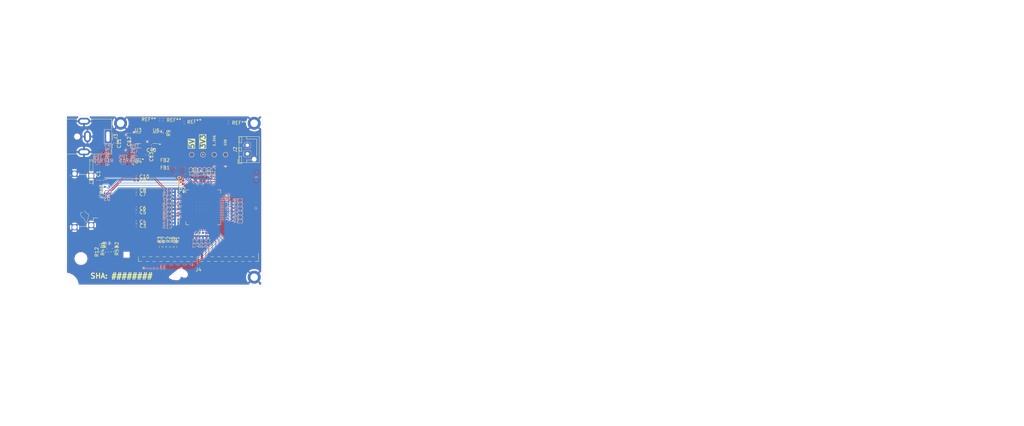
<source format=kicad_pcb>
(kicad_pcb (version 20241229) (generator "pcbnew") (generator_version "9.0")
  (title_block (title "test_project") (date "18.10.2024") (rev "1.0.0") (company "Antmicro"))
  (layers (0 "F.Cu" signal) (4 "In1.Cu" signal) (6 "In2.Cu" signal) (8 "In3.Cu" signal) (10 "In4.Cu" jumper) (12 "In5.Cu" signal) (14 "In6.Cu" signal) (2 "B.Cu" signal) (13 "F.Paste" user) (15 "B.Paste" user) (5 "F.SilkS" user "F.Silkscreen") (7 "B.SilkS" user "B.Silkscreen") (1 "F.Mask" user) (3 "B.Mask" user) (25 "Edge.Cuts" user))
  (net 0 "")
  (net 1 "+5V")
  (net 2 "GND")
  (net 3 "+1V8")
  (net 4 "/Connectors/hdmi_in.D2+")
  (net 5 "/Connectors/hdmi_in.D2-")
  (net 6 "/Connectors/hdmi_in.D1+")
  (net 7 "/Connectors/hdmi_in.D1-")
  (net 8 "/Connectors/hdmi_in.D0+")
  (net 9 "/Connectors/hdmi_in.D0-")
  (net 10 "/Connectors/hdmi_in.CK+")
  (net 11 "/Connectors/hdmi_in.CK-")
  (net 12 "+3V3")
  (net 13 "+3.3VA")
  (net 14 "Net-(D1-K)")
  (net 15 "Net-(D2-K)")
  (net 16 "/Connectors/hdmi_in.HPD")
  (net 17 "/Connectors/hdmi_in.SCL")
  (net 22 "/Connectors/hdmi_in.CEC")
  (net 23 "/Connectors/hdmi_in.SDA")
  (net 25 "/Connectors/P16")
  (net 26 "/Connectors/P6")
  (net 27 "/Connectors/SDA")
  (net 28 "/Connectors/P20")
  (net 29 "/Connectors/P9")
  (net 30 "/Connectors/LLC")
  (net 31 "/Connectors/P17")
  (net 32 "/Connectors/INT2")
  (net 33 "/Connectors/HS")
  (net 34 "/Connectors/P3")
  (net 35 "/Connectors/P2")
  (net 36 "/Connectors/P21")
  (net 37 "/Connectors/INT1")
  (net 38 "/Connectors/P18")
  (net 39 "/Connectors/P8")
  (net 40 "/Connectors/DE")
  (net 41 "/Connectors/P13")
  (net 42 "/Connectors/P22")
  (net 43 "/Connectors/P7")
  (net 44 "/Connectors/P4")
  (net 45 "/Connectors/~{RESET}")
  (net 46 "/Connectors/P12")
  (net 47 "/Connectors/VS")
  (net 48 "/Connectors/P0")
  (net 49 "/Connectors/P15")
  (net 50 "/Connectors/P1")
  (net 51 "/Connectors/P19")
  (net 52 "/Connectors/P14")
  (net 53 "/Connectors/P10")
  (net 54 "/Connectors/SCL")
  (net 55 "/Connectors/P23")
  (net 56 "/Connectors/P5")
  (net 57 "/Connectors/P11")
  (net 58 "Net-(U2-SCL)")
  (net 59 "Net-(U2-SDA)")
  (net 60 "Net-(U6-~{FLG})")
  (net 61 "Net-(U2-RXA_5V)")
  (net 62 "/Receiver/xtal_p")
  (net 64 "/Connectors/AP")
  (net 66 "/Connectors/SCLK")
  (net 68 "Net-(U3-FLAG1)")
  (net 69 "Net-(U3-FLAG3)")
  (net 71 "/Receiver/ADV7611_D2_P")
  (net 72 "/Receiver/ADV7611_D2_N")
  (net 73 "/Receiver/ADV7611_D1_P")
  (net 74 "/Receiver/ADV7611_D1_N")
  (net 75 "/Receiver/ADV7611_D0_P")
  (net 76 "/Receiver/ADV7611_D0_N")
  (net 77 "/Receiver/ADV7611_CK_P")
  (net 78 "/Receiver/ADV7611_CK_N")
  (net 79 "Net-(U4-VOUT)")
  (net 80 "Net-(U6-VOUT)")
  (net 85 "Net-(R13-Pad1)")
  (net 86 "Net-(R15-Pad1)")
  (net 87 "Net-(R16-Pad2)")
  (net 88 "Net-(R17-Pad2)")
  (net 89 "Net-(R17-Pad1)")
  (net 90 "Net-(R20-Pad1)")
  (footprint "" (layer "F.Cu") (at 133.6 158.6 -90)
    (property "Reference" "R5")
    (property "Value" "220")
  )
  (footprint "" (layer "F.Cu") (at 140.57 145.768575)
    (property "Reference" "C6")
    (property "Value" "100n")
  )
  (footprint "" (layer "F.Cu") (at 151 157.12 90)
    (property "Reference" "R6")
    (property "Value" "0R")
  )
  (footprint "" (layer "F.Cu") (at 129.4 137.6 90)
    (property "Reference" "C1")
    (property "Value" "100n")
  )
  (footprint "" (layer "F.Cu") (at 175.1 120.9)
    (property "Reference" "H2" (hide yes))
    (property "Value" "MountingHole_Pad")
  )
  (footprint "kibuzzard-67891646" (layer "F.Cu") (at 166.62 126.58 90)
    (property "Reference" "kibuzzard-67891646" (hide yes))
    (property "Value" "G***" (hide yes))
  )
  (footprint "" (layer "F.Cu") (at 132 156.51 90)
    (property "Reference" "D1")
    (property "Value" "LED")
  )
  (footprint "Package_TO_SOT_SMD:TSOT-23-5" (layer "F.Cu") (at 146.2 125.3 180)
    (property "Reference" "U6")
    (property "Value" "RT9742AGJ5F")
  )
  (footprint "" (layer "F.Cu") (at 140.575 137.664285)
    (property "Reference" "C9")
    (property "Value" "100n")
  )
  (footprint "" (layer "F.Cu") (at 173.1 129.85 90)
    (property "Reference" "J2")
    (property "Value" "Conn_01x02_Pin")
  )
  (footprint "Package_QFP:LQFP-64-1EP_10x10mm_P0.5mm_EP5x5mm" (layer "F.Cu") (at 160.2 145.525)
    (property "Reference" "U2")
    (property "Value" "ADV7611")
  )
  (footprint "" (layer "F.Cu") (at 147.7 157.1 -90)
    (property "Reference" "R3")
    (property "Value" "10k")
  )
  (footprint "" (layer "F.Cu") (at 175.1 166)
    (property "Reference" "H1" (hide yes))
    (property "Value" "MountingHole_Pad")
  )
  (footprint "" (layer "F.Cu") (at 160.7 135.4 -90)
    (property "Reference" "C2")
    (property "Value" "100n")
  )
  (footprint "" (layer "F.Cu") (at 132 158.61 -90)
    (property "Reference" "R4")
    (property "Value" "330")
  )
  (footprint "" (layer "F.Cu") (at 140.58 149.75)
    (property "Reference" "C4")
    (property "Value" "100n")
  )
  (footprint "" (layer "F.Cu") (at 143.8 130.2 -90)
    (property "Reference" "C13")
    (property "Value" "100n")
  )
  (footprint "Capacitor_SMD:C_0402_1005Metric" (layer "F.Cu") (at 147.44 119.9 180)
    (property "Reference" "REF**")
    (property "Value" "C_0402_1005Metric")
  )
  (footprint "" (layer "F.Cu") (at 130.2 158.6125 90)
    (property "Reference" "R12")
    (property "Value" "220")
  )
  (footprint "" (layer "F.Cu") (at 130.5 137.6 -90)
    (property "Reference" "R11")
    (property "Value" "100k")
  )
  (footprint "" (layer "F.Cu") (at 160.1 130.1 180)
    (property "Reference" "TP2" (hide yes))
    (property "Value" "TestPoint")
  )
  (footprint "Capacitor_SMD:C_0402_1005Metric" (layer "F.Cu") (at 154.6 120.8 7)
    (property "Reference" "REF**")
    (property "Value" "C_0402_1005Metric")
  )
  (footprint "" (layer "F.Cu") (at 149 132.9)
    (property "Reference" "FB2")
    (property "Value" "120Z/1.2A")
  )
  (footprint "Capacitor_SMD:C_0402_1005Metric" (layer "F.Cu") (at 167.5 120.69)
    (property "Reference" "REF**")
    (property "Value" "C_0402_1005Metric")
  )
  (footprint "" (layer "F.Cu") (at 123.425 143.525 -90)
    (property "Reference" "J1" (hide yes))
    (property "Value" "HDMI_A")
  )
  (footprint "" (layer "F.Cu") (at 140.575 140.65)
    (property "Reference" "C8")
    (property "Value" "100n")
  )
  (footprint "Oscillator:Oscillator_SMD_Abracon_ASDMB-4Pin_2.5x2.0mm" (layer "F.Cu") (at 158.7 136.8 -90)
    (property "Reference" "U1")
    (property "Value" "ASDMB-xxxMHz")
  )
  (footprint "" (layer "F.Cu") (at 158.8 160.7 -90)
    (property "Reference" "J4")
    (property "Value" "Conn_01x35_Pin")
  )
  (footprint "" (layer "F.Cu") (at 136 120.9)
    (property "Reference" "H3" (hide yes))
    (property "Value" "MountingHole_Pad")
  )
  (footprint "" (layer "F.Cu") (at 140.575 150.75)
    (property "Reference" "C3")
    (property "Value" "100n")
  )
  (footprint "" (layer "F.Cu") (at 152.1 157.1 -90)
    (property "Reference" "R1")
    (property "Value" "10k")
  )
  (footprint "" (layer "F.Cu") (at 140.565 146.79)
    (property "Reference" "C5")
    (property "Value" "100n")
  )
  (footprint "" (layer "F.Cu") (at 149.9 157.1 -90)
    (property "Reference" "R2")
    (property "Value" "10k")
  )
  (footprint "" (layer "F.Cu") (at 140.57 136.65)
    (property "Reference" "C10")
    (property "Value" "100n")
  )
  (footprint "" (layer "F.Cu") (at 130.2 156.5125 -90)
    (property "Reference" "R8")
    (property "Value" "220")
  )
  (footprint "" (layer "F.Cu") (at 149 135.1)
    (property "Reference" "FB1")
    (property "Value" "120Z/1.2A")
  )
  (footprint "" (layer "F.Cu") (at 148.9 123.8 -90)
    (property "Reference" "R9")
    (property "Value" "100k")
  )
  (footprint "" (layer "F.Cu") (at 138.5 123.8 -90)
    (property "Reference" "C12")
    (property "Value" "100n")
  )
  (footprint "" (layer "F.Cu") (at 134.4 126.8 -90)
    (property "Reference" "C11")
    (property "Value" "100n")
  )
  (footprint "kibuzzard-67891633" (layer "F.Cu") (at 163.41 126.02 90)
    (property "Reference" "kibuzzard-67891633" (hide yes))
    (property "Value" "G***" (hide yes))
  )
  (footprint "" (layer "F.Cu") (at 133.6 156.5 90)
    (property "Reference" "D2")
    (property "Value" "LED")
  )
  (footprint "Package_TO_SOT_SMD:SOT-23-5" (layer "F.Cu") (at 141.2 129.7 180)
    (property "Reference" "U4")
    (property "Value" "AP2112K-1.8")
  )
  (footprint "" (layer "F.Cu") (at 145 127.6)
    (property "Reference" "C40")
    (property "Value" "100n")
  )
  (footprint "" (layer "F.Cu") (at 148.8 157.1 90)
    (property "Reference" "R7")
    (property "Value" "0R")
  )
  (footprint "" (layer "F.Cu") (at 154.3 138.2 -90)
    (property "Reference" "R10")
    (property "Value" "0R")
  )
  (footprint "Package_TO_SOT_SMD:SOT-23-6" (layer "F.Cu") (at 141.1525 125.32)
    (property "Reference" "U3")
    (property "Value" "LM3880")
  )
  (footprint "" (layer "F.Cu") (at 163.4 130.1 180)
    (property "Reference" "TP3" (hide yes))
    (property "Value" "TestPoint")
  )
  (footprint "" (layer "F.Cu") (at 140.57 141.642855)
    (property "Reference" "C7")
    (property "Value" "100n")
  )
  (footprint "" (layer "F.Cu") (at 156.8 130.1 180)
    (property "Reference" "TP4" (hide yes))
    (property "Value" "TestPoint")
  )
  (footprint "" (layer "F.Cu") (at 132.3 124.8 -90)
    (property "Reference" "J3")
    (property "Value" "Barrel_Jack_MountingPin")
  )
  (footprint "Capacitor_SMD:C_0402_1005Metric" (layer "F.Cu") (at 148.4 119.9)
    (property "Reference" "REF**")
    (property "Value" "C_0402_1005Metric")
  )
  (footprint "" (layer "F.Cu") (at 166.7 130.1 180)
    (property "Reference" "TP1" (hide yes))
    (property "Value" "TestPoint")
  )
  (footprint "" (layer "B.Cu") (at 159.1 153.5 -90)
    (property "Reference" "C36")
    (property "Value" "100n")
  )
  (footprint "" (layer "B.Cu") (at 158.47 137.62 90)
    (property "Reference" "C20")
    (property "Value" "100n")
  )
  (footprint "" (layer "B.Cu") (at 160.1 153.5 -90)
    (property "Reference" "C22")
    (property "Value" "100n")
  )
  (footprint "" (layer "B.Cu") (at 168 146.8)
    (property "Reference" "C25")
    (property "Value" "10u")
  )
  (footprint "Package_TO_SOT_SMD:SOT-353_SC-70-5" (layer "B.Cu") (at 132 140.5 90)
    (property "Reference" "D3")
    (property "Value" "PESD3V3L4UG")
  )
  (footprint "" (layer "B.Cu") (at 168 145.8)
    (property "Reference" "C24")
    (property "Value" "100n")
  )
  (footprint "" (layer "B.Cu") (at 152.4 143.1 180)
    (property "Reference" "C32")
    (property "Value" "10u")
  )
  (footprint "" (layer "B.Cu") (at 152.4 145.1 180)
    (property "Reference" "C29")
    (property "Value" "100n")
  )
  (footprint "" (layer "B.Cu") (at 161.6 137.6 90)
    (property "Reference" "C19")
    (property "Value" "10u")
  )
  (footprint "" (layer "B.Cu") (at 168 148.9)
    (property "Reference" "C34")
    (property "Value" "100n")
  )
  (footprint "" (layer "B.Cu") (at 140.055 129.005 180)
    (property "Reference" "TP6")
    (property "Value" "TestPoint")
  )
  (footprint "TestPoint:TestPoint_Pad_D1.0mm" (layer "B.Cu") (at 132.555 129.105 180)
    (property "Reference" "TP7")
    (property "Value" "TestPoint")
  )
  (footprint "" (layer "B.Cu") (at 152.4 150.1 180)
    (property "Reference" "C15")
    (property "Value" "10u")
  )
  (footprint "" (layer "B.Cu") (at 152.4 144.1 180)
    (property "Reference" "C31")
    (property "Value" "100n")
  )
  (footprint "" (layer "B.Cu") (at 138.455 129.415 90)
    (property "Reference" "R13")
    (property "Value" "100k")
  )
  (footprint "Resistor_SMD:R_0402_1005Metric" (layer "B.Cu") (at 132.455 130.705)
    (property "Reference" "R17")
    (property "Value" "100k")
  )
  (footprint "" (layer "B.Cu") (at 152.4 141.1 180)
    (property "Reference" "C17")
    (property "Value" "10u")
  )
  (footprint "" (layer "B.Cu") (at 160.6 137.62 90)
    (property "Reference" "C26")
    (property "Value" "100n")
  )
  (footprint "" (layer "B.Cu") (at 136.755 132.205 180)
    (property "Reference" "TP5")
    (property "Value" "TestPoint")
  )
  (footprint "" (layer "B.Cu") (at 152.4 142.1 180)
    (property "Reference" "C16")
    (property "Value" "100n")
  )
  (footprint "" (layer "B.Cu") (at 159.6 137.62 90)
    (property "Reference" "C27")
    (property "Value" "10u")
  )
  (footprint "" (layer "B.Cu") (at 152.4 147.1 180)
    (property "Reference" "C38")
    (property "Value" "100n")
  )
  (footprint "" (layer "B.Cu") (at 168 143.8)
    (property "Reference" "C39")
    (property "Value" "100n")
  )
  (footprint "" (layer "B.Cu") (at 168 147.9)
    (property "Reference" "C35")
    (property "Value" "10u")
  )
  (footprint "" (layer "B.Cu") (at 152.4 146.1 180)
    (property "Reference" "C30")
    (property "Value" "10u")
  )
  (footprint "" (layer "B.Cu") (at 168 144.8)
    (property "Reference" "C33")
    (property "Value" "10u")
  )
  (footprint "" (layer "B.Cu") (at 139.955 130.605)
    (property "Reference" "R16")
    (property "Value" "100k")
  )
  (footprint "" (layer "B.Cu") (at 157.4 137.62 90)
    (property "Reference" "C21")
    (property "Value" "10u")
  )
  (footprint "TestPoint:TestPoint_Pad_D1.0mm" (layer "B.Cu") (at 129.255 132.305 180)
    (property "Reference" "TP8")
    (property "Value" "TestPoint")
  )
  (footprint "Resistor_SMD:R_0402_1005Metric" (layer "B.Cu") (at 129.455 130.705)
    (property "Reference" "R20")
    (property "Value" "100k")
  )
  (footprint "" (layer "B.Cu") (at 138.455 131.905 90)
    (property "Reference" "R14")
    (property "Value" "100k")
  )
  (footprint "Resistor_SMD:R_0402_1005Metric" (layer "B.Cu") (at 130.955 129.515 90)
    (property "Reference" "R18")
    (property "Value" "100k")
  )
  (footprint "" (layer "B.Cu") (at 152.4 149.1 180)
    (property "Reference" "C14")
    (property "Value" "100n")
  )
  (footprint "" (layer "B.Cu") (at 161.1 153.5 -90)
    (property "Reference" "C23")
    (property "Value" "10u")
  )
  (footprint "" (layer "B.Cu") (at 152.42 148.1 180)
    (property "Reference" "C28")
    (property "Value" "10u")
  )
  (footprint "" (layer "B.Cu") (at 158.1 153.5 -90)
    (property "Reference" "C37")
    (property "Value" "10u")
  )
  (footprint "Resistor_SMD:R_0402_1005Metric" (layer "B.Cu") (at 130.955 132.005 90)
    (property "Reference" "R19")
    (property "Value" "100k")
  )
  (footprint "" (layer "B.Cu") (at 162.6 137.6 90)
    (property "Reference" "C18")
    (property "Value" "100n")
  )
  (footprint "" (layer "B.Cu") (at 136.955 130.605)
    (property "Reference" "R15")
    (property "Value" "100k")
  )
  (gr_poly (pts (xy 173.8 146.3) (xy 174.1 145.3) (xy 174.5 145.3) (xy 174.8 146.3)) (stroke (width 0.2)) (fill yes) (layer "F.Cu") (net 2))
  (gr_curve (pts (xy 163.4 164.2) (xy 166.1 163.5) (xy 170 164.4) (xy 167.8 164.9)) (stroke (width 0.2) (type dash_dot_dot)) (layers "F.Cu" "F.Mask") (net 2))
  (gr_curve (pts (xy 152.5 166.5) (xy 151 166.5) (xy 150.5 166) (xy 150.5 166)) (stroke (width 0.05)) (layer "Edge.Cuts"))
  (gr_curve (pts (xy 153.5 164) (xy 152.5 165) (xy 154 164) (xy 154 164)) (stroke (width 0.05)) (layer "Edge.Cuts"))
  (gr_circle (center 124.410934 160.54) (end 125.470934 161.6) (stroke (width 0.05)) (fill no) (layer "Edge.Cuts"))
  (gr_curve (pts (xy 154 165.5) (xy 152.5 164.5) (xy 154 166.5) (xy 152.5 166.5)) (stroke (width 0.05)) (layer "Edge.Cuts"))
  (gr_line (start 177.525 118.525) (end 119.925 118.525) (stroke (width 0.05)) (layer "Edge.Cuts"))
  (gr_curve (pts (xy 150.5 166) (xy 153.5 163.5) (xy 154.5 163) (xy 153.5 164)) (stroke (width 0.05)) (layer "Edge.Cuts"))
  (gr_arc (start 119.925 165.059968) (mid 122.375148 166.074852) (end 123.390032 168.525) (stroke (width 0.05)) (layer "Edge.Cuts"))
  (gr_line (start 123.390032 168.525) (end 177.525 168.525) (stroke (width 0.05)) (layer "Edge.Cuts"))
  (gr_curve (pts (xy 154 164) (xy 156 164.5) (xy 155.5 166.5) (xy 154 165.5)) (stroke (width 0.05)) (layer "Edge.Cuts"))
  (gr_line (start 119.925 118.525) (end 119.925 165.059968) (stroke (width 0.05)) (layer "Edge.Cuts"))
  (gr_line (start 177.525 168.525) (end 177.525 118.525) (stroke (width 0.05)) (layer "Edge.Cuts"))
  (gr_text "SHA: ########" (at 127 166.5 0) (layer "F.SilkS") (effects (font (size 1.5 1.5) (thickness 0.3) (bold yes)) (justify left bottom)))
  (gr_text "5V" (at 157.7 128.5 90) (layer "F.SilkS" knockout) (effects (font (size 1.5 1.5) (thickness 0.3) (bold yes)) (justify left bottom)))
  (gr_text "3V3" (at 160.966666 128.5 90) (layer "F.SilkS" knockout) (effects (font (size 1.5 1.5) (thickness 0.3) (bold yes)) (justify left bottom)))
  (segment (start 130.2 157.0225) (end 130.2 158.1025) (width 0.15) (layer "F.Cu") (net 0))
  (segment (start 130.2 159.1225) (end 129.645 159.1225) (width 0.15) (layer "F.Cu") (net 0))
  (segment (start 129.645 159.1225) (end 129.45 158.9275) (width 0.15) (layer "F.Cu") (net 0))
  (segment (start 129.45 156.2525) (end 129.7 156.0025) (width 0.15) (layer "F.Cu") (net 0))
  (segment (start 129.45 158.9275) (end 129.45 156.2525) (width 0.15) (layer "F.Cu") (net 0))
  (segment (start 129.7 156.0025) (end 130.2 156.0025) (width 0.15) (layer "F.Cu") (net 0))
  (via (at 175.7 136.8) (size 0.45) (drill 0.1) (layers "F.Cu" "B.Cu") (net 0))
  (via (at 175.8 135.3) (size 0.85) (drill 0.1) (layers "F.Cu" "B.Cu") (padstack (mode custom) (layer "In1.Cu" (size 0.45)) (layer "In2.Cu" (size 0.45)) (layer "In3.Cu" (size 2)) (layer "In4.Cu" (size 0.45)) (layer "In5.Cu" (size 0.45)) (layer "In6.Cu" (size 0.45)) (layer "B.Cu" (size 1.45))) (net 0))
  (via (at 175.7 137.7) (size 0.85) (drill 0.1) (layers "F.Cu" "B.Cu") (padstack (mode front_inner_back) (layer "Inner" (size 0.45)) (layer "B.Cu" (size 1.45))) (net 0))
  (segment (start 127 138.7) (end 127.62 138.08) (width 0.15) (layer "F.Cu") (net 1))
  (segment (start 154.3 137.69) (end 154.3 137.1) (width 0.15) (layer "F.Cu") (net 1))
  (segment (start 131.59 137.09) (end 130.5 137.09) (width 0.15) (layer "F.Cu") (net 1))
  (segment (start 128.425 139.775) (end 127.275 139.775) (width 0.15) (layer "F.Cu") (net 1))
  (segment (start 127.275 139.775) (end 127 139.5) (width 0.15) (layer "F.Cu") (net 1))
  (segment (start 129.51 138.08) (end 130.5 137.09) (width 0.15) (layer "F.Cu") (net 1))
  (segment (start 127.62 138.08) (end 129.4 138.08) (width 0.15) (layer "F.Cu") (net 1))
  (segment (start 127 139.5) (end 127 138.7) (width 0.15) (layer "F.Cu") (net 1))
  (segment (start 129.4 138.08) (end 129.51 138.08) (width 0.15) (layer "F.Cu") (net 1))
  (via (at 156.8 130.1) (size 0.45) (drill 0.1) (layers "F.Cu" "B.Cu") (net 1))
  (via (at 131.59 137.09) (size 0.45) (drill 0.1) (layers "F.Cu" "B.Cu") (net 1))
  (via (at 154.3 137.1) (size 0.45) (drill 0.1) (layers "F.Cu" "B.Cu") (net 1))
  (segment (start 131.59 137.09) (end 131.68 137) (width 0.15) (layer "B.Cu") (net 1))
  (segment (start 154.2 137) (end 154.3 137.1) (width 0.15) (layer "B.Cu") (net 1))
  (segment (start 131.68 137) (end 154.2 137) (width 0.15) (layer "B.Cu") (net 1))
  (segment (start 130.075 140.275) (end 128.425 140.275) (width 0.15) (layer "F.Cu") (net 2))
  (segment (start 129.4 137.12) (end 129.4 136.3) (width 0.15) (layer "F.Cu") (net 2))
  (segment (start 130.1 140.3) (end 130.075 140.275) (width 0.15) (layer "F.Cu") (net 2))
  (via (at 159.2 146) (size 0.45) (drill 0.1) (layers "F.Cu" "B.Cu") (net 2))
  (via blind (at 175.6 143.9) (size 0.45) (drill 0.1) (layers "F.Cu" "B.Cu") (net 2))
  (via (at 161.2 145) (size 0.45) (drill 0.1) (layers "F.Cu" "B.Cu") (net 2))
  (via (at 160.2 146) (size 0.45) (drill 0.1) (layers "F.Cu" "B.Cu") (net 2))
  (via (at 162.2 144) (size 0.45) (drill 0.1) (layers "F.Cu" "B.Cu") (net 2))
  (via (at 161.2 146) (size 0.45) (drill 0.1) (layers "F.Cu" "B.Cu") (net 2))
  (via (at 162.2 147) (size 0.45) (drill 0.1) (layers "F.Cu" "B.Cu") (net 2))
  (via (at 159.2 147) (size 0.45) (drill 0.1) (layers "F.Cu" "B.Cu") (net 2))
  (via (at 159.2 145) (size 0.45) (drill 0.1) (layers "F.Cu" "B.Cu") (net 2))
  (via (at 161.2 147) (size 0.45) (drill 0.1) (layers "F.Cu" "B.Cu") (net 2))
  (via (at 161.2 144) (size 0.45) (drill 0.1) (layers "F.Cu" "B.Cu") (net 2))
  (via (at 160.2 145) (size 0.45) (drill 0.1) (layers "F.Cu" "B.Cu") (net 2))
  (via (at 158.2 145) (size 0.45) (drill 0.1) (layers "F.Cu" "B.Cu") (net 2))
  (via (at 158.2 147) (size 0.45) (drill 0.1) (layers "F.Cu" "B.Cu") (net 2))
  (via (at 158.2 144) (size 0.45) (drill 0.1) (layers "F.Cu" "B.Cu") (net 2))
  (via (at 160.2 144) (size 0.45) (drill 0.1) (layers "F.Cu" "B.Cu") (net 2))
  (via (at 139.355 132.405) (size 0.45) (drill 0.1) (layers "F.Cu" "B.Cu") (net 2))
  (via (at 162.2 145) (size 0.45) (drill 0.1) (layers "F.Cu" "B.Cu") (net 2))
  (via (at 129.4 136.3) (size 0.45) (drill 0.1) (layers "F.Cu" "B.Cu") (net 2))
  (via (at 160.2 147) (size 0.45) (drill 0.1) (layers "F.Cu" "B.Cu") (net 2))
  (via (at 130.1 140.3) (size 0.45) (drill 0.1) (layers "F.Cu" "B.Cu") (net 2))
  (via blind (at 175.6 145.1) (size 0.45) (drill 0.1) (layers "F.Cu" "In1.Cu") (net 2))
  (via (at 159.2 144) (size 0.45) (drill 0.1) (layers "F.Cu" "B.Cu") (net 2))
  (via (at 162.2 146) (size 0.45) (drill 0.1) (layers "F.Cu" "B.Cu") (net 2))
  (via (at 158.2 146) (size 0.45) (drill 0.1) (layers "F.Cu" "B.Cu") (net 2))
  (segment (start 130.1 140.3) (end 129.9 140.3) (width 0.15) (layer "B.Cu") (net 2))
  (segment (start 130.475 141.775) (end 131 142.3) (width 0.15) (layer "B.Cu") (net 2))
  (segment (start 132 142) (end 132 141.45) (width 0.15) (layer "B.Cu") (net 2))
  (segment (start 131 142.3) (end 131.7 142.3) (width 0.15) (layer "B.Cu") (net 2))
  (segment (start 129.575 141.376041) (end 129.973959 141.775) (width 0.15) (layer "B.Cu") (net 2))
  (segment (start 139.345 132.415) (end 139.355 132.405) (width 0.15) (layer "B.Cu") (net 2))
  (segment (start 138.455 132.415) (end 139.345 132.415) (width 0.15) (layer "B.Cu") (net 2))
  (segment (start 131.7 142.3) (end 132 142) (width 0.15) (layer "B.Cu") (net 2))
  (segment (start 129.973959 141.775) (end 130.475 141.775) (width 0.15) (layer "B.Cu") (net 2))
  (segment (start 129.575 140.625) (end 129.575 141.376041) (width 0.15) (layer "B.Cu") (net 2))
  (segment (start 130.955 132.515) (end 131.845 132.515) (width 0.15) (layer "B.Cu") (net 2))
  (segment (start 129.9 140.3) (end 129.575 140.625) (width 0.15) (layer "B.Cu") (net 2))
  (segment (start 158.5 138.7) (end 158.45 138.75) (width 0.15) (layer "F.Cu") (net 3))
  (segment (start 134.9 157) (end 134.9 156.2) (width 0.3) (layer "F.Cu") (net 3))
  (segment (start 165.875 145.775) (end 166.875 145.775) (width 0.15) (layer "F.Cu") (net 3))
  (segment (start 159.475 135.975) (end 159.475 134.922986) (width 0.3) (layer "F.Cu") (net 3))
  (segment (start 134.715 156.015) (end 133.6 156.015) (width 0.3) (layer "F.Cu") (net 3))
  (segment (start 159.95 152.2) (end 159.95 151.2) (width 0.15) (layer "F.Cu") (net 3))
  (segment (start 159.475 135.975) (end 160.605 135.975) (width 0.3) (layer "F.Cu") (net 3))
  (segment (start 154.525 148.275) (end 153.625 148.275) (width 0.15) (layer "F.Cu") (net 3))
  (segment (start 150.9 135.1) (end 151.1 134.9) (width 0.3) (layer "F.Cu") (net 3))
  (segment (start 158.45 138.75) (end 158.45 139.85) (width 0.15) (layer "F.Cu") (net 3))
  (segment (start 166.875 145.775) (end 166.9 145.8) (width 0.15) (layer "F.Cu") (net 3))
  (segment (start 162.627756 138.680239) (end 162.45 138.857995) (width 0.15) (layer "F.Cu") (net 3))
  (segment (start 153.625 148.275) (end 153.6 148.3) (width 0.15) (layer "F.Cu") (net 3))
  (segment (start 159.475 134.922986) (end 159.450359 134.898345) (width 0.3) (layer "F.Cu") (net 3))
  (segment (start 134.9 156.2) (end 134.715 156.015) (width 0.3) (layer "F.Cu") (net 3))
  (segment (start 159.95 138.7) (end 159.95 139.85) (width 0.15) (layer "F.Cu") (net 3))
  (segment (start 166.7 130.1) (end 166.7 133.5) (width 0.3) (layer "F.Cu") (net 3))
  (segment (start 149.485 135.1) (end 150.9 135.1) (width 0.3) (layer "F.Cu") (net 3))
  (segment (start 153.6 142.275) (end 154.525 142.275) (width 0.15) (layer "F.Cu") (net 3))
  (segment (start 162.45 138.857995) (end 162.45 139.85) (width 0.15) (layer "F.Cu") (net 3))
  (via (at 153.6 142.275) (size 0.45) (drill 0.1) (layers "F.Cu" "B.Cu") (net 3))
  (via (at 134.9 157) (size 0.6) (drill 0.35) (layers "F.Cu" "B.Cu") (net 3))
  (via (at 153.6 148.3) (size 0.45) (drill 0.1) (layers "F.Cu" "B.Cu") (net 3))
  (via (at 166.7 130.1) (size 0.45) (drill 0.1) (layers "F.Cu" "B.Cu") (net 3))
  (via (at 159.450359 134.898345) (size 0.6) (drill 0.35) (layers "F.Cu" "B.Cu") (net 3))
  (via (at 159.95 138.7) (size 0.45) (drill 0.1) (layers "F.Cu" "B.Cu") (net 3))
  (via (at 159.95 152.2) (size 0.45) (drill 0.1) (layers "F.Cu" "B.Cu") (net 3))
  (via (at 162.627756 138.680239) (size 0.45) (drill 0.1) (layers "F.Cu" "B.Cu") (net 3))
  (via (at 166.7 133.5) (size 0.6) (drill 0.35) (layers "F.Cu" "B.Cu") (net 3))
  (via (at 151.1 134.9) (size 0.45) (drill 0.1) (layers "F.Cu" "B.Cu") (net 3))
  (via (at 158.5 138.7) (size 0.45) (drill 0.1) (layers "F.Cu" "B.Cu") (net 3))
  (via (at 175.6 145.8) (size 0.45) (drill 0.1) (layers "F.Cu" "B.Cu") (net 3))
  (via (at 151.7 134) (size 0.45) (drill 0.1) (layers "F.Cu" "B.Cu") (net 3))
  (via (at 150.5 134) (size 0.45) (drill 0.1) (layers "F.Cu" "B.Cu") (net 3))
  (via (at 166.9 145.8) (size 0.45) (drill 0.1) (layers "F.Cu" "B.Cu") (net 3))
  (via (at 151.7 135.7) (size 0.45) (drill 0.1) (layers "F.Cu" "B.Cu") (net 3))
  (segment (start 159.8 138.7) (end 159.6 138.5) (width 0.15) (layer "B.Cu") (net 3))
  (segment (start 153.6 142.275) (end 153.055 142.275) (width 0.15) (layer "B.Cu") (net 3))
  (segment (start 153.6 148.38) (end 152.88 149.1) (width 0.15) (layer "B.Cu") (net 3))
  (segment (start 162.627756 138.680239) (end 162.6 138.652483) (width 0.15) (layer "B.Cu") (net 3))
  (segment (start 159.95 152.2) (end 160.1 152.35) (width 0.15) (layer "B.Cu") (net 3))
  (segment (start 167.52 145.8) (end 167.52 146.8) (width 0.15) (layer "B.Cu") (net 3))
  (segment (start 159.6 138.5) (end 159.6 138.1) (width 0.15) (layer "B.Cu") (net 3))
  (segment (start 166.9 145.8) (end 167.52 145.8) (width 0.15) (layer "B.Cu") (net 3))
  (segment (start 162.6 138.08) (end 161.6 138.08) (width 0.15) (layer "B.Cu") (net 3))
  (segment (start 152.88 142.1) (end 152.88 141.1) (width 0.15) (layer "B.Cu") (net 3))
  (segment (start 160.1 152.35) (end 160.1 153.02) (width 0.15) (layer "B.Cu") (net 3))
  (segment (start 160.1 153.02) (end 161.1 153.02) (width 0.15) (layer "B.Cu") (net 3))
  (segment (start 152.88 149.1) (end 152.88 150.1) (width 0.15) (layer "B.Cu") (net 3))
  (segment (start 158.47 138.1) (end 157.4 138.1) (width 0.15) (layer "B.Cu") (net 3))
  (segment (start 158.5 138.7) (end 158.5 138.13) (width 0.15) (layer "B.Cu") (net 3))
  (segment (start 159.6 138.1) (end 160.6 138.1) (width 0.15) (layer "B.Cu") (net 3))
  (segment (start 162.6 138.652483) (end 162.6 138.08) (width 0.15) (layer "B.Cu") (net 3))
  (segment (start 153.6 148.3) (end 153.6 148.38) (width 0.15) (layer "B.Cu") (net 3))
  (segment (start 159.95 138.7) (end 159.8 138.7) (width 0.15) (layer "B.Cu") (net 3))
  (segment (start 137.843643 150.878334) (end 137.843643 150.6885) (width 0.2) (layer "F.Cu") (net 4))
  (segment (start 135.663643 150.878315) (end 135.663643 150.6885) (width 0.2) (layer "F.Cu") (net 4))
  (segment (start 138.054642 150.477501) (end 139.822501 150.477501) (width 0.2) (layer "F.Cu") (net 4))
  (segment (start 134.123641 150.6885) (end 134.123641 150.878315) (width 0.2) (layer "F.Cu") (net 4))
  (segment (start 136.303641 150.6885) (end 136.303641 150.878334) (width 0.2) (layer "F.Cu") (net 4))
  (segment (start 133.159301 150.477501) (end 133.912642 150.477501) (width 0.2) (layer "F.Cu") (net 4))
  (segment (start 128.425 148.275) (end 129.850001 148.275) (width 0.2) (layer "F.Cu") (net 4))
  (segment (start 130.6818 148) (end 133.159301 150.477501) (width 0.2) (layer "F.Cu") (net 4))
  (segment (start 136.964642 151.539335) (end 137.182642 151.539335) (width 0.2) (layer "F.Cu") (net 4))
  (segment (start 130.125001 148) (end 130.6818 148) (width 0.2) (layer "F.Cu") (net 4))
  (segment (start 134.784642 151.539316) (end 135.002642 151.539316) (width 0.2) (layer "F.Cu") (net 4))
  (segment (start 135.874642 150.477501) (end 136.092642 150.477501) (width 0.2) (layer "F.Cu") (net 4))
  (segment (start 129.850001 148.275) (end 130.125001 148) (width 0.2) (layer "F.Cu") (net 4))
  (segment (start 139.822501 150.477501) (end 140.095 150.75) (width 0.2) (layer "F.Cu") (net 4))
  (arc (start 133.912642 150.477501) (mid 134.061841 150.539301) (end 134.123641 150.6885) (width 0.2) (layer "F.Cu") (net 4))
  (arc (start 134.123641 150.878315) (mid 134.317244 151.345713) (end 134.784642 151.539316) (width 0.2) (layer "F.Cu") (net 4))
  (arc (start 137.843643 150.6885) (mid 137.905443 150.539301) (end 138.054642 150.477501) (width 0.2) (layer "F.Cu") (net 4))
  (arc (start 136.092642 150.477501) (mid 136.241841 150.539301) (end 136.303641 150.6885) (width 0.2) (layer "F.Cu") (net 4))
  (arc (start 137.182642 151.539335) (mid 137.65004 151.345732) (end 137.843643 150.878334) (width 0.2) (layer "F.Cu") (net 4))
  (arc (start 135.002642 151.539316) (mid 135.47004 151.345713) (end 135.663643 150.878315) (width 0.2) (layer "F.Cu") (net 4))
  (arc (start 135.663643 150.6885) (mid 135.725443 150.539301) (end 135.874642 150.477501) (width 0.2) (layer "F.Cu") (net 4))
  (arc (start 136.303641 150.878334) (mid 136.497244 151.345732) (end 136.964642 151.539335) (width 0.2) (layer "F.Cu") (net 4))
  (segment (start 136.753643 150.6885) (end 136.753643 150.878334) (width 0.2) (layer "F.Cu") (net 5))
  (segment (start 128.425 147.275) (end 129.850001 147.275) (width 0.2) (layer "F.Cu") (net 5))
  (segment (start 130.8682 147.55) (end 133.345699 150.027499) (width 0.2) (layer "F.Cu") (net 5))
  (segment (start 136.964642 151.089333) (end 137.182642 151.089333) (width 0.2) (layer "F.Cu") (net 5))
  (segment (start 138.054642 150.027499) (end 139.822501 150.027499) (width 0.2) (layer "F.Cu") (net 5))
  (segment (start 129.850001 147.275) (end 130.125001 147.55) (width 0.2) (layer "F.Cu") (net 5))
  (segment (start 134.784642 151.089314) (end 135.002642 151.089314) (width 0.2) (layer "F.Cu") (net 5))
  (segment (start 137.393641 150.878334) (end 137.393641 150.6885) (width 0.2) (layer "F.Cu") (net 5))
  (segment (start 139.822501 150.027499) (end 140.1 149.75) (width 0.2) (layer "F.Cu") (net 5))
  (segment (start 130.125001 147.55) (end 130.8682 147.55) (width 0.2) (layer "F.Cu") (net 5))
  (segment (start 135.874642 150.027499) (end 136.092642 150.027499) (width 0.2) (layer "F.Cu") (net 5))
  (segment (start 135.213641 150.878315) (end 135.213641 150.6885) (width 0.2) (layer "F.Cu") (net 5))
  (segment (start 133.345699 150.027499) (end 133.912642 150.027499) (width 0.2) (layer "F.Cu") (net 5))
  (segment (start 134.573643 150.6885) (end 134.573643 150.878315) (width 0.2) (layer "F.Cu") (net 5))
  (arc (start 136.092642 150.027499) (mid 136.56004 150.221102) (end 136.753643 150.6885) (width 0.2) (layer "F.Cu") (net 5))
  (arc (start 135.002642 151.089314) (mid 135.151841 151.027514) (end 135.213641 150.878315) (width 0.2) (layer "F.Cu") (net 5))
  (arc (start 135.213641 150.6885) (mid 135.407244 150.221102) (end 135.874642 150.027499) (width 0.2) (layer "F.Cu") (net 5))
  (arc (start 133.912642 150.027499) (mid 134.38004 150.221102) (end 134.573643 150.6885) (width 0.2) (layer "F.Cu") (net 5))
  (arc (start 134.573643 150.878315) (mid 134.635443 151.027514) (end 134.784642 151.089314) (width 0.2) (layer "F.Cu") (net 5))
  (arc (start 136.753643 150.878334) (mid 136.815443 151.027533) (end 136.964642 151.089333) (width 0.2) (layer "F.Cu") (net 5))
  (arc (start 137.182642 151.089333) (mid 137.331841 151.027533) (end 137.393641 150.878334) (width 0.2) (layer "F.Cu") (net 5))
  (arc (start 137.393641 150.6885) (mid 137.587244 150.221102) (end 138.054642 150.027499) (width 0.2) (layer "F.Cu") (net 5))
  (segment (start 135.252 146.5) (end 135.55 146.5) (width 0.2) (layer "F.Cu") (net 6))
  (segment (start 134.881 147.135341) (end 134.881 146.871) (width 0.2) (layer "F.Cu") (net 6))
  (segment (start 138.232 146.5) (end 138.53 146.5) (width 0.2) (layer "F.Cu") (net 6))
  (segment (start 133.762 147.956341) (end 134.06 147.956341) (width 0.2) (layer "F.Cu") (net 6))
  (segment (start 138.53 146.5) (end 138.55 146.5) (width 0.2) (layer "F.Cu") (net 6))
  (segment (start 130.125001 146.5) (end 132.57 146.5) (width 0.2) (layer "F.Cu") (net 6))
  (segment (start 137.861 147.135341) (end 137.861 146.871) (width 0.2) (layer "F.Cu") (net 6))
  (segment (start 138.6 146.506788) (end 139.801788 146.506788) (width 0.2) (layer "F.Cu") (net 6))
  (segment (start 136.742 147.956341) (end 137.04 147.956341) (width 0.2) (layer "F.Cu") (net 6))
  (segment (start 128.425 146.775) (end 129.850001 146.775) (width 0.2) (layer "F.Cu") (net 6))
  (segment (start 138.556788 146.506788) (end 138.6 146.506788) (width 0.2) (layer "F.Cu") (net 6))
  (segment (start 129.850001 146.775) (end 130.125001 146.5) (width 0.2) (layer "F.Cu") (net 6))
  (segment (start 135.921 146.871) (end 135.921 147.135341) (width 0.2) (layer "F.Cu") (net 6))
  (segment (start 139.801788 146.506788) (end 140.085 146.79) (width 0.2) (layer "F.Cu") (net 6))
  (segment (start 132.941 146.871) (end 132.941 147.135341) (width 0.2) (layer "F.Cu") (net 6))
  (segment (start 138.55 146.5) (end 138.556788 146.506788) (width 0.2) (layer "F.Cu") (net 6))
  (arc (start 134.881 146.871) (mid 134.989663 146.608663) (end 135.252 146.5) (width 0.2) (layer "F.Cu") (net 6))
  (arc (start 132.57 146.5) (mid 132.832337 146.608663) (end 132.941 146.871) (width 0.2) (layer "F.Cu") (net 6))
  (arc (start 134.06 147.956341) (mid 134.640535 147.715876) (end 134.881 147.135341) (width 0.2) (layer "F.Cu") (net 6))
  (arc (start 132.941 147.135341) (mid 133.181465 147.715876) (end 133.762 147.956341) (width 0.2) (layer "F.Cu") (net 6))
  (arc (start 137.04 147.956341) (mid 137.620535 147.715876) (end 137.861 147.135341) (width 0.2) (layer "F.Cu") (net 6))
  (arc (start 137.861 146.871) (mid 137.969663 146.608663) (end 138.232 146.5) (width 0.2) (layer "F.Cu") (net 6))
  (arc (start 135.55 146.5) (mid 135.812337 146.608663) (end 135.921 146.871) (width 0.2) (layer "F.Cu") (net 6))
  (arc (start 135.921 147.135341) (mid 136.161465 147.715876) (end 136.742 147.956341) (width 0.2) (layer "F.Cu") (net 6))
  (segment (start 130.125001 146.05) (end 132.57 146.05) (width 0.2) (layer "F.Cu") (net 7))
  (segment (start 129.850001 145.775) (end 130.125001 146.05) (width 0.2) (layer "F.Cu") (net 7))
  (segment (start 138.722206 146.05) (end 138.728993 146.056787) (width 0.2) (layer "F.Cu") (net 7))
  (segment (start 137.411 147.135341) (end 137.411 146.871) (width 0.2) (layer "F.Cu") (net 7))
  (segment (start 136.742 147.506341) (end 137.04 147.506341) (width 0.2) (layer "F.Cu") (net 7))
  (segment (start 138.6 146.05) (end 138.722206 146.05) (width 0.2) (layer "F.Cu") (net 7))
  (segment (start 128.425 145.775) (end 129.850001 145.775) (width 0.2) (layer "F.Cu") (net 7))
  (segment (start 138.53 146.05) (end 138.6 146.05) (width 0.2) (layer "F.Cu") (net 7))
  (segment (start 138.232 146.05) (end 138.53 146.05) (width 0.2) (layer "F.Cu") (net 7))
  (segment (start 133.762 147.506341) (end 134.06 147.506341) (width 0.2) (layer "F.Cu") (net 7))
  (segment (start 135.252 146.05) (end 135.55 146.05) (width 0.2) (layer "F.Cu") (net 7))
  (segment (start 133.391 146.871) (end 133.391 147.135341) (width 0.2) (layer "F.Cu") (net 7))
  (segment (start 138.728993 146.056787) (end 139.801788 146.056787) (width 0.2) (layer "F.Cu") (net 7))
  (segment (start 136.371 146.871) (end 136.371 147.135341) (width 0.2) (layer "F.Cu") (net 7))
  (segment (start 139.801788 146.056787) (end 140.09 145.768575) (width 0.2) (layer "F.Cu") (net 7))
  (segment (start 134.431 147.135341) (end 134.431 146.871) (width 0.2) (layer "F.Cu") (net 7))
  (arc (start 133.391 147.135341) (mid 133.499663 147.397678) (end 133.762 147.506341) (width 0.2) (layer "F.Cu") (net 7))
  (arc (start 137.04 147.506341) (mid 137.302337 147.397678) (end 137.411 147.135341) (width 0.2) (layer "F.Cu") (net 7))
  (arc (start 132.57 146.05) (mid 133.150535 146.290465) (end 133.391 146.871) (width 0.2) (layer "F.Cu") (net 7))
  (arc (start 134.431 146.871) (mid 134.671465 146.290465) (end 135.252 146.05) (width 0.2) (layer "F.Cu") (net 7))
  (arc (start 134.06 147.506341) (mid 134.322337 147.397678) (end 134.431 147.135341) (width 0.2) (layer "F.Cu") (net 7))
  (arc (start 136.371 147.135341) (mid 136.479663 147.397678) (end 136.742 147.506341) (width 0.2) (layer "F.Cu") (net 7))
  (arc (start 137.411 146.871) (mid 137.651465 146.290465) (end 138.232 146.05) (width 0.2) (layer "F.Cu") (net 7))
  (arc (start 135.55 146.05) (mid 136.130535 146.290465) (end 136.371 146.871) (width 0.2) (layer "F.Cu") (net 7))
  (segment (start 139.821073 141.373928) (end 140.09 141.642855) (width 0.2) (layer "F.Cu") (net 8))
  (segment (start 129.850001 145.275) (end 130.125001 145) (width 0.2) (layer "F.Cu") (net 8))
  (segment (start 134.944585 143.355419) (end 134.944583 143.355417) (width 0.2) (layer "F.Cu") (net 8))
  (segment (start 134.944583 143.355417) (end 135.082742 143.493577) (width 0.2) (layer "F.Cu") (net 8))
  (segment (start 136.34493 142.273269) (end 137.244273 141.373928) (width 0.2) (layer "F.Cu") (net 8))
  (segment (start 137.244273 141.373928) (end 139.821073 141.373928) (width 0.2) (layer "F.Cu") (net 8))
  (segment (start 136.15456 143.652676) (end 136.34493 143.462305) (width 0.2) (layer "F.Cu") (net 8))
  (segment (start 134.647313 143.058147) (end 134.944585 143.355419) (width 0.2) (layer "F.Cu") (net 8))
  (segment (start 134.163939 143.265175) (end 134.370967 143.058148) (width 0.2) (layer "F.Cu") (net 8))
  (segment (start 128.425 145.275) (end 129.850001 145.275) (width 0.2) (layer "F.Cu") (net 8))
  (segment (start 133.618201 145) (end 134.163938 144.454263) (width 0.2) (layer "F.Cu") (net 8))
  (segment (start 130.125001 145) (end 133.618201 145) (width 0.2) (layer "F.Cu") (net 8))
  (segment (start 135.082742 143.493577) (end 135.241842 143.652676) (width 0.2) (layer "F.Cu") (net 8))
  (arc (start 134.163939 143.541519) (mid 134.106705 143.403348) (end 134.163939 143.265175) (width 0.2) (layer "F.Cu") (net 8))
  (arc (start 136.34493 142.549588) (mid 136.287702 142.411429) (end 136.34493 142.273269) (width 0.2) (layer "F.Cu") (net 8))
  (arc (start 136.34493 143.462305) (mid 136.53396 143.005946) (end 136.34493 142.549588) (width 0.2) (layer "F.Cu") (net 8))
  (arc (start 134.370967 143.058148) (mid 134.50914 143.000915) (end 134.647313 143.058147) (width 0.2) (layer "F.Cu") (net 8))
  (arc (start 135.241842 143.652676) (mid 135.698201 143.841706) (end 136.15456 143.652676) (width 0.2) (layer "F.Cu") (net 8))
  (arc (start 134.163938 144.454263) (mid 134.352973 143.997892) (end 134.163939 143.541519) (width 0.2) (layer "F.Cu") (net 8))
  (segment (start 137.057874 140.923927) (end 139.821073 140.923927) (width 0.2) (layer "F.Cu") (net 9))
  (segment (start 136.02673 141.955069) (end 137.057874 140.923927) (width 0.2) (layer "F.Cu") (net 9))
  (segment (start 129.850001 144.275) (end 130.125001 144.55) (width 0.2) (layer "F.Cu") (net 9))
  (segment (start 133.845738 144.136063) (end 133.845739 144.136064) (width 0.2) (layer "F.Cu") (net 9))
  (segment (start 134.965513 142.739947) (end 135.262785 143.037219) (width 0.2) (layer "F.Cu") (net 9))
  (segment (start 133.845739 142.946976) (end 134.052769 142.739947) (width 0.2) (layer "F.Cu") (net 9))
  (segment (start 135.400942 143.175377) (end 135.560041 143.334477) (width 0.2) (layer "F.Cu") (net 9))
  (segment (start 130.125001 144.55) (end 133.431801 144.55) (width 0.2) (layer "F.Cu") (net 9))
  (segment (start 128.425 144.275) (end 129.850001 144.275) (width 0.2) (layer "F.Cu") (net 9))
  (segment (start 139.821073 140.923927) (end 140.095 140.65) (width 0.2) (layer "F.Cu") (net 9))
  (segment (start 135.83636 143.334477) (end 136.02673 143.144106) (width 0.2) (layer "F.Cu") (net 9))
  (segment (start 133.431801 144.55) (end 133.845738 144.136063) (width 0.2) (layer "F.Cu") (net 9))
  (segment (start 135.262785 143.037219) (end 135.262782 143.037218) (width 0.2) (layer "F.Cu") (net 9))
  (segment (start 135.262782 143.037218) (end 135.400942 143.175377) (width 0.2) (layer "F.Cu") (net 9))
  (arc (start 135.560041 143.334477) (mid 135.698201 143.391704) (end 135.83636 143.334477) (width 0.2) (layer "F.Cu") (net 9))
  (arc (start 136.02673 143.144106) (mid 136.083958 143.005946) (end 136.02673 142.867787) (width 0.2) (layer "F.Cu") (net 9))
  (arc (start 136.02673 142.867787) (mid 135.8377 142.411428) (end 136.02673 141.955069) (width 0.2) (layer "F.Cu") (net 9))
  (arc (start 134.052769 142.739947) (mid 134.50914 142.550913) (end 134.965513 142.739947) (width 0.2) (layer "F.Cu") (net 9))
  (arc (start 133.84574 143.859718) (mid 133.656704 143.403347) (end 133.845739 142.946976) (width 0.2) (layer "F.Cu") (net 9))
  (arc (start 133.845739 144.136064) (mid 133.902973 143.997891) (end 133.84574 143.859718) (width 0.2) (layer "F.Cu") (net 9))
  (segment (start 129.850001 143.775) (end 130.125001 143.5) (width 0.2) (layer "F.Cu") (net 10))
  (segment (start 130.125001 143.5) (end 131.222584 143.5) (width 0.2) (layer "F.Cu") (net 10))
  (segment (start 131.840895 142.411703) (end 131.840895 142.177306) (width 0.2) (layer "F.Cu") (net 10))
  (segment (start 132.978924 141.492435) (end 133.176608 141.29475) (width 0.2) (layer "F.Cu") (net 10))
  (segment (start 139.810358 137.379643) (end 140.095 137.664285) (width 0.2) (layer "F.Cu") (net 10))
  (segment (start 133.374294 140.643906) (end 136.638558 137.379643) (width 0.2) (layer "F.Cu") (net 10))
  (segment (start 131.840895 142.177306) (end 132.525766 141.492435) (width 0.2) (layer "F.Cu") (net 10))
  (segment (start 131.840895 142.881689) (end 131.840895 142.177305) (width 0.2) (layer "F.Cu") (net 10))
  (segment (start 131.840895 142.177305) (end 131.840895 142.411703) (width 0.2) (layer "F.Cu") (net 10))
  (segment (start 128.425 143.775) (end 129.850001 143.775) (width 0.2) (layer "F.Cu") (net 10))
  (segment (start 136.638558 137.379643) (end 139.810358 137.379643) (width 0.2) (layer "F.Cu") (net 10))
  (segment (start 131.222584 143.5) (end 131.840895 142.881689) (width 0.2) (layer "F.Cu") (net 10))
  (segment (start 133.176608 140.84159) (end 133.374294 140.643906) (width 0.2) (layer "F.Cu") (net 10))
  (arc (start 133.176608 141.29475) (mid 133.223534 141.18146) (end 133.176608 141.06817) (width 0.2) (layer "F.Cu") (net 10))
  (arc (start 133.176608 141.06817) (mid 133.129682 140.95488) (end 133.176608 140.84159) (width 0.2) (layer "F.Cu") (net 10))
  (arc (start 132.752345 141.492435) (mid 132.865635 141.539361) (end 132.978924 141.492435) (width 0.2) (layer "F.Cu") (net 10))
  (arc (start 132.525766 141.492435) (mid 132.639055 141.445509) (end 132.752345 141.492435) (width 0.2) (layer "F.Cu") (net 10))
  (segment (start 131.390895 142.411703) (end 131.390895 141.990905) (width 0.2) (layer "F.Cu") (net 11))
  (segment (start 129.850001 142.775) (end 130.125001 143.05) (width 0.2) (layer "F.Cu") (net 11))
  (segment (start 131.036184 143.05) (end 131.390895 142.695289) (width 0.2) (layer "F.Cu") (net 11))
  (segment (start 136.452159 136.929642) (end 131.390895 141.990906) (width 0.2) (layer "F.Cu") (net 11))
  (segment (start 136.452159 136.929642) (end 139.810358 136.929642) (width 0.2) (layer "F.Cu") (net 11))
  (segment (start 128.425 142.775) (end 129.850001 142.775) (width 0.2) (layer "F.Cu") (net 11))
  (segment (start 139.810358 136.929642) (end 140.09 136.65) (width 0.2) (layer "F.Cu") (net 11))
  (segment (start 131.390895 141.990906) (end 131.390895 142.411703) (width 0.2) (layer "F.Cu") (net 11))
  (segment (start 131.390895 142.695289) (end 131.390895 141.990905) (width 0.2) (layer "F.Cu") (net 11))
  (segment (start 130.125001 143.05) (end 131.036184 143.05) (width 0.2) (layer "F.Cu") (net 11))
  (segment (start 138.83 126.27) (end 138.8 126.3) (width 0.3) (layer "F.Cu") (net 12))
  (segment (start 143.8 130.68) (end 144.68 130.68) (width 0.3) (layer "F.Cu") (net 12))
  (segment (start 144.68 130.68) (end 144.7 130.7) (width 0.3) (layer "F.Cu") (net 12))
  (segment (start 145.48 128.38) (end 145.48 127.6) (width 0.3) (layer "F.Cu") (net 12))
  (segment (start 142.3375 130.65) (end 143.67 130.65) (width 0.3) (layer "F.Cu") (net 12))
  (segment (start 137.62 124.28) (end 138.5 124.28) (width 0.3) (layer "F.Cu") (net 12))
  (segment (start 140.015 126.27) (end 138.83 126.27) (width 0.3) (layer "F.Cu") (net 12))
  (segment (start 143.85 126.25) (end 145.0625 126.25) (width 0.3) (layer "F.Cu") (net 12))
  (segment (start 135.2 126.32) (end 134.4 126.32) (width 0.3) (layer "F.Cu") (net 12))
  (segment (start 147.9 123.3) (end 147.91 123.29) (width 0.3) (layer "F.Cu") (net 12))
  (segment (start 145.5 128.4) (end 145.48 128.38) (width 0.3) (layer "F.Cu") (net 12))
  (segment (start 147.91 123.29) (end 148.9 123.29) (width 0.3) (layer "F.Cu") (net 12))
  (segment (start 140.015 124.37) (end 140.015 123.515) (width 0.3) (layer "F.Cu") (net 12))
  (segment (start 140.015 123.515) (end 140 123.5) (width 0.3) (layer "F.Cu") (net 12))
  (segment (start 142.8 161.575) (end 142.8 163.3) (width 0.3) (layer "F.Cu") (net 12))
  (via (at 145.5 128.4) (size 0.6) (drill 0.35) (layers "F.Cu" "B.Cu") (net 12))
  (via (at 142.8 163.3) (size 0.6) (drill 0.35) (layers "F.Cu" "B.Cu") (net 12))
  (via (at 147.9 123.3) (size 0.6) (drill 0.35) (layers "F.Cu" "B.Cu") (net 12))
  (via (at 137.555 128.805) (size 0.6) (drill 0.35) (layers "F.Cu" "B.Cu") (net 12))
  (via (at 135.2 126.32) (size 0.6) (drill 0.35) (layers "F.Cu" "B.Cu") (net 12))
  (via (at 144.7 130.7) (size 0.6) (drill 0.35) (layers "F.Cu" "B.Cu") (net 12))
  (via (at 138.8 126.3) (size 0.6) (drill 0.35) (layers "F.Cu" "B.Cu") (net 12))
  (via (at 137.62 124.28) (size 0.6) (drill 0.35) (layers "F.Cu" "B.Cu") (net 12))
  (via (at 143.85 126.25) (size 0.6) (drill 0.35) (layers "F.Cu" "B.Cu") (net 12))
  (via (at 160.1 130.1) (size 0.6) (drill 0.35) (layers "F.Cu" "B.Cu") (net 12))
  (via (at 140 123.5) (size 0.6) (drill 0.35) (layers "F.Cu" "B.Cu") (net 12))
  (segment (start 130.955 129.005) (end 130.155 129.005) (width 0.4) (layer "B.Cu") (net 12))
  (segment (start 137.655 128.905) (end 137.555 128.805) (width 0.4) (layer "B.Cu") (net 12))
  (segment (start 138.455 128.905) (end 137.655 128.905) (width 0.4) (layer "B.Cu") (net 12))
  (segment (start 151.53 157.16) (end 152.1 156.59) (width 0.15) (layer "F.Cu") (net 13))
  (segment (start 153.644846 145.275) (end 153.594846 145.225) (width 0.15) (layer "F.Cu") (net 13))
  (segment (start 159.45 152.125) (end 159.45 151.2) (width 0.15) (layer "F.Cu") (net 13))
  (segment (start 147.7 156.59) (end 148.17 157.06) (width 0.15) (layer "F.Cu") (net 13))
  (segment (start 148.17 157.06) (end 149.43 157.06) (width 0.15) (layer "F.Cu") (net 13))
  (segment (start 153.6 143.775) (end 154.525 143.775) (width 0.15) (layer "F.Cu") (net 13))
  (segment (start 159.375 152.2) (end 159.45 152.125) (width 0.15) (layer "F.Cu") (net 13))
  (segment (start 163.4 130.1) (end 163.4 133.5) (width 0.3) (layer "F.Cu") (net 13))
  (segment (start 154 134.8) (end 154 133.5) (width 0.3) (layer "F.Cu") (net 13))
  (segment (start 154.525 145.275) (end 153.644846 145.275) (width 0.15) (layer "F.Cu") (net 13))
  (segment (start 166.9 143.8) (end 169 143.8) (width 0.15) (layer "F.Cu") (net 13))
  (segment (start 150.08 156.7) (end 150.54 157.16) (width 0.15) (layer "F.Cu") (net 13))
  (segment (start 165.875 143.775) (end 166.875 143.775) (width 0.15) (layer "F.Cu") (net 13))
  (segment (start 166.851458 148.775) (end 166.888229 148.811771) (width 0.15) (layer "F.Cu") (net 13))
  (segment (start 152.1 156.59) (end 152.1 154.7) (width 0.15) (layer "F.Cu") (net 13))
  (segment (start 165.875 148.775) (end 166.851458 148.775) (width 0.15) (layer "F.Cu") (net 13))
  (segment (start 150.54 157.16) (end 151.53 157.16) (width 0.15) (layer "F.Cu") (net 13))
  (segment (start 169 143.8) (end 169.1 143.7) (width 0.15) (layer "F.Cu") (net 13))
  (segment (start 132.7 156.025) (end 132 156.025) (width 0.3) (layer "F.Cu") (net 13))
  (segment (start 153.625 146.775) (end 153.6 146.8) (width 0.15) (layer "F.Cu") (net 13))
  (segment (start 154.525 146.775) (end 153.625 146.775) (width 0.15) (layer "F.Cu") (net 13))
  (segment (start 149.43 157.06) (end 149.9 156.59) (width 0.15) (layer "F.Cu") (net 13))
  (segment (start 166.875 143.775) (end 166.9 143.8) (width 0.15) (layer "F.Cu") (net 13))
  (segment (start 153.4 132.9) (end 149.485 132.9) (width 0.3) (layer "F.Cu") (net 13))
  (segment (start 154 133.5) (end 153.4 132.9) (width 0.3) (layer "F.Cu") (net 13))
  (via (at 153.6 143.775) (size 0.45) (drill 0.1) (layers "F.Cu" "B.Cu") (net 13))
  (via (at 154 134.8) (size 0.45) (drill 0.1) (layers "F.Cu" "B.Cu") (net 13))
  (via (at 153.4 134) (size 0.45) (drill 0.1) (layers "F.Cu" "B.Cu") (net 13))
  (via (at 152.1 154.7) (size 0.45) (drill 0.1) (layers "F.Cu" "B.Cu") (net 13))
  (via (at 154.6 135.7) (size 0.45) (drill 0.1) (layers "F.Cu" "B.Cu") (net 13))
  (via (at 163.4 130.1) (size 0.45) (drill 0.1) (layers "F.Cu" "B.Cu") (net 13))
  (via (at 152.1 155.3) (size 0.45) (drill 0.1) (layers "F.Cu" "B.Cu") (net 13))
  (via (at 153.594846 145.225) (size 0.45) (drill 0.1) (layers "F.Cu" "B.Cu") (net 13))
  (via (at 159.375 152.2) (size 0.45) (drill 0.1) (layers "F.Cu" "B.Cu") (net 13))
  (via (at 153.4 135.7) (size 0.45) (drill 0.1) (layers "F.Cu" "B.Cu") (net 13))
  (via (at 163.4 133.5) (size 0.6) (drill 0.35) (layers "F.Cu" "B.Cu") (net 13))
  (via (at 166.9 143.8) (size 0.45) (drill 0.1) (layers "F.Cu" "B.Cu") (net 13))
  (via (at 132.7 156.025) (size 0.6) (drill 0.35) (layers "F.Cu" "B.Cu") (net 13))
  (via (at 154.6 134) (size 0.45) (drill 0.1) (layers "F.Cu" "B.Cu") (net 13))
  (via (at 166.888229 148.811771) (size 0.45) (drill 0.1) (layers "F.Cu" "B.Cu") (net 13))
  (via (at 152.1 155.9) (size 0.45) (drill 0.1) (layers "F.Cu" "B.Cu") (net 13))
  (via (at 153.6 146.8) (size 0.45) (drill 0.1) (layers "F.Cu" "B.Cu") (net 13))
  (segment (start 167.52 148.9) (end 167.52 147.9) (width 0.15) (layer "B.Cu") (net 13))
  (segment (start 152.88 145.1) (end 152.88 146.1) (width 0.15) (layer "B.Cu") (net 13))
  (segment (start 168.8 142.9) (end 170.5 142.9) (width 0.15) (layer "B.Cu") (net 13))
  (segment (start 167.52 143.8) (end 168.42 142.9) (width 0.15) (layer "B.Cu") (net 13))
  (segment (start 159.375 152.745) (end 159.1 153.02) (width 0.15) (layer "B.Cu") (net 13))
  (segment (start 153.205 143.775) (end 152.88 144.1) (width 0.15) (layer "B.Cu") (net 13))
  (segment (start 166.9 143.8) (end 167.52 143.8) (width 0.15) (layer "B.Cu") (net 13))
  (segment (start 159.375 152.2) (end 159.375 152.745) (width 0.15) (layer "B.Cu") (net 13))
  (segment (start 153.6 146.8) (end 153.18 146.8) (width 0.15) (layer "B.Cu") (net 13))
  (segment (start 152.88 144.1) (end 152.88 143.1) (width 0.15) (layer "B.Cu") (net 13))
  (segment (start 168.42 142.9) (end 168.8 142.9) (width 0.15) (layer "B.Cu") (net 13))
  (segment (start 153.6 143.775) (end 153.205 143.775) (width 0.15) (layer "B.Cu") (net 13))
  (segment (start 153.594846 145.225) (end 153.005 145.225) (width 0.15) (layer "B.Cu") (net 13))
  (segment (start 170.5 142.9) (end 170.8 143.2) (width 0.15) (layer "B.Cu") (net 13))
  (segment (start 153.18 146.8) (end 152.88 147.1) (width 0.15) (layer "B.Cu") (net 13))
  (segment (start 167.52 144.8) (end 167.52 143.8) (width 0.15) (layer "B.Cu") (net 13))
  (segment (start 159.1 153.02) (end 158.1 153.02) (width 0.15) (layer "B.Cu") (net 13))
  (segment (start 152.88 147.1) (end 152.88 148.08) (width 0.15) (layer "B.Cu") (net 13))
  (segment (start 166.888229 148.811771) (end 167.431771 148.811771) (width 0.15) (layer "B.Cu") (net 13))
  (segment (start 132 156.995) (end 132 158.1) (width 0.15) (layer "F.Cu") (net 14))
  (segment (start 133.6 158.09) (end 133.6 156.985) (width 0.15) (layer "F.Cu") (net 15))
  (segment (start 130 139.3) (end 130 138.61) (width 0.15) (layer "F.Cu") (net 16))
  (segment (start 128.425 139.275) (end 129.975 139.275) (width 0.15) (layer "F.Cu") (net 16))
  (segment (start 153.375 141.775) (end 154.525 141.775) (width 0.15) (layer "F.Cu") (net 16))
  (segment (start 153 137.75) (end 153 141.4) (width 0.15) (layer "F.Cu") (net 16))
  (segment (start 153 141.4) (end 153.375 141.775) (width 0.15) (layer "F.Cu") (net 16))
  (segment (start 130.47 138.08) (end 130.5 138.11) (width 0.15) (layer "F.Cu") (net 16))
  (segment (start 130 138.61) (end 130.5 138.11) (width 0.15) (layer "F.Cu") (net 16))
  (segment (start 129.975 139.275) (end 130 139.3) (width 0.15) (layer "F.Cu") (net 16))
  (via (at 130 139.3) (size 0.45) (drill 0.1) (layers "F.Cu" "B.Cu") (net 16))
  (via (at 153 137.75) (size 0.45) (drill 0.1) (layers "F.Cu" "B.Cu") (net 16))
  (segment (start 132.65 139.55) (end 133.25 139.55) (width 0.15) (layer "B.Cu") (net 16))
  (segment (start 132.65 139.55) (end 132.65 139.05) (width 0.15) (layer "B.Cu") (net 16))
  (segment (start 130.6 139.3) (end 130 139.3) (width 0.15) (layer "B.Cu") (net 16))
  (segment (start 133.25 139.55) (end 135.05 137.75) (width 0.15) (layer "B.Cu") (net 16))
  (segment (start 132.65 139.05) (end 132.4 138.8) (width 0.15) (layer "B.Cu") (net 16))
  (segment (start 131.1 138.8) (end 130.6 139.3) (width 0.15) (layer "B.Cu") (net 16))
  (segment (start 135.05 137.75) (end 153 137.75) (width 0.15) (layer "B.Cu") (net 16))
  (segment (start 132.4 138.8) (end 131.1 138.8) (width 0.15) (layer "B.Cu") (net 16))
  (segment (start 130.064998 141.275) (end 128.425 141.275) (width 0.15) (layer "F.Cu") (net 17))
  (segment (start 155.89075 137.302535) (end 157.45 138.861785) (width 0.15) (layer "F.Cu") (net 17))
  (segment (start 130.139998 141.2) (end 130.064998 141.275) (width 0.15) (layer "F.Cu") (net 17))
  (segment (start 157.45 138.861785) (end 157.45 139.85) (width 0.15) (layer "F.Cu") (net 17))
  (via (at 130.139998 141.2) (size 0.45) (drill 0.1) (layers "F.Cu" "B.Cu") (net 17))
  (via (at 155.89075 137.302535) (size 0.45) (drill 0.1) (layers "F.Cu" "B.Cu") (net 17))
  (segment (start 155.844107 137.302535) (end 155.89075 137.302535) (width 0.15) (layer "B.Cu") (net 17))
  (segment (start 131.3 141.4) (end 131.35 141.45) (width 0.15) (layer "B.Cu") (net 17))
  (segment (start 130.339998 141.4) (end 131.3 141.4) (width 0.15) (layer "B.Cu") (net 17))
  (segment (start 133.7 140.6) (end 135.25 139.05) (width 0.15) (layer "B.Cu") (net 17))
  (segment (start 154.093285 139.053357) (end 155.844107 137.302535) (width 0.15) (layer "B.Cu") (net 17))
  (segment (start 135.25 139.05) (end 154.093285 139.05) (width 0.15) (layer "B.Cu") (net 17))
  (segment (start 130.139998 141.2) (end 130.339998 141.4) (width 0.15) (layer "B.Cu") (net 17))
  (segment (start 131.35 140.85) (end 131.6 140.6) (width 0.15) (layer "B.Cu") (net 17))
  (segment (start 131.6 140.6) (end 133.7 140.6) (width 0.15) (layer "B.Cu") (net 17))
  (segment (start 131.35 141.45) (end 131.35 140.85) (width 0.15) (layer "B.Cu") (net 17))
  (segment (start 129.932904 142.275) (end 128.425 142.275) (width 0.15) (layer "F.Cu") (net 22))
  (segment (start 130.007904 142.2) (end 129.932904 142.275) (width 0.15) (layer "F.Cu") (net 22))
  (segment (start 156.5 137.3) (end 157.95 138.75) (width 0.15) (layer "F.Cu") (net 22))
  (segment (start 157.95 138.75) (end 157.95 139.85) (width 0.15) (layer "F.Cu") (net 22))
  (via (at 130.007904 142.2) (size 0.45) (drill 0.1) (layers "F.Cu" "B.Cu") (net 22))
  (via (at 156.5 137.3) (size 0.45) (drill 0.1) (layers "F.Cu" "B.Cu") (net 22))
  (segment (start 133.65 141.45) (end 135.4 139.7) (width 0.15) (layer "B.Cu") (net 22))
  (segment (start 154.1 139.7) (end 156.5 137.3) (width 0.15) (layer "B.Cu") (net 22))
  (segment (start 132.65 141.45) (end 133.65 141.45) (width 0.15) (layer "B.Cu") (net 22))
  (segment (start 130.507904 142.7) (end 132 142.7) (width 0.15) (layer "B.Cu") (net 22))
  (segment (start 132.65 142.05) (end 132.65 141.45) (width 0.15) (layer "B.Cu") (net 22))
  (segment (start 130.007904 142.2) (end 130.507904 142.7) (width 0.15) (layer "B.Cu") (net 22))
  (segment (start 132 142.7) (end 132.65 142.05) (width 0.15) (layer "B.Cu") (net 22))
  (segment (start 135.4 139.7) (end 154.1 139.7) (width 0.15) (layer "B.Cu") (net 22))
  (segment (start 130.575 140.775) (end 128.425 140.775) (width 0.15) (layer "F.Cu") (net 23))
  (segment (start 130.6 140.8) (end 130.575 140.775) (width 0.15) (layer "F.Cu") (net 23))
  (segment (start 155.287174 137.3) (end 155.714709 137.727535) (width 0.15) (layer "F.Cu") (net 23))
  (segment (start 155.714709 137.727535) (end 155.716443 137.727535) (width 0.15) (layer "F.Cu") (net 23))
  (segment (start 155.716443 137.727535) (end 156.95 138.961092) (width 0.15) (layer "F.Cu") (net 23))
  (segment (start 156.95 138.961092) (end 156.95 139.85) (width 0.15) (layer "F.Cu") (net 23))
  (segment (start 155.2 137.3) (end 155.287174 137.3) (width 0.15) (layer "F.Cu") (net 23))
  (via (at 155.2 137.3) (size 0.45) (drill 0.1) (layers "F.Cu" "B.Cu") (net 23))
  (via (at 130.6 140.8) (size 0.45) (drill 0.1) (layers "F.Cu" "B.Cu") (net 23))
  (segment (start 133.4 140.2) (end 135.2 138.4) (width 0.15) (layer "B.Cu") (net 23))
  (segment (start 154.1 138.4) (end 155.2 137.3) (width 0.15) (layer "B.Cu") (net 23))
  (segment (start 132.5 140.2) (end 133.4 140.2) (width 0.15) (layer "B.Cu") (net 23))
  (segment (start 130.6 140.8) (end 130.6 139.9) (width 0.15) (layer "B.Cu") (net 23))
  (segment (start 131.35 139.55) (end 131.85 139.55) (width 0.15) (layer "B.Cu") (net 23))
  (segment (start 130.6 139.9) (end 130.95 139.55) (width 0.15) (layer "B.Cu") (net 23))
  (segment (start 130.95 139.55) (end 131.35 139.55) (width 0.15) (layer "B.Cu") (net 23))
  (segment (start 135.2 138.4) (end 154.1 138.4) (width 0.15) (layer "B.Cu") (net 23))
  (segment (start 131.85 139.55) (end 132.5 140.2) (width 0.15) (layer "B.Cu") (net 23))
  (segment (start 159.223959 155.225) (end 159.225 155.225) (width 0.15) (layer "F.Cu") (net 25))
  (segment (start 158.95 151.2) (end 158.95 154.951041) (width 0.15) (layer "F.Cu") (net 25))
  (segment (start 159.225 155.225) (end 159.8 155.8) (width 0.15) (layer "F.Cu") (net 25))
  (segment (start 159.8 155.8) (end 159.8 159.825) (width 0.15) (layer "F.Cu") (net 25))
  (segment (start 158.95 154.951041) (end 159.223959 155.225) (width 0.15) (layer "F.Cu") (net 25))
  (segment (start 165.875 147.775) (end 167.4 147.775) (width 0.15) (layer "F.Cu") (net 26))
  (segment (start 167.4 147.775) (end 169.83 150.205) (width 0.15) (layer "F.Cu") (net 26))
  (segment (start 169.83 150.205) (end 169.83 159.795) (width 0.15) (layer "F.Cu") (net 26))
  (segment (start 148.8 157.61) (end 149.9 157.61) (width 0.15) (layer "F.Cu") (net 27))
  (segment (start 150.83 161.545) (end 150.83 158.54) (width 0.15) (layer "F.Cu") (net 27))
  (segment (start 150.83 158.54) (end 149.9 157.61) (width 0.15) (layer "F.Cu") (net 27))
  (segment (start 155.83 159.795) (end 155.83 155.17) (width 0.15) (layer "F.Cu") (net 28))
  (segment (start 155.83 155.17) (end 156.95 154.05) (width 0.15) (layer "F.Cu") (net 28))
  (segment (start 156.95 154.05) (end 156.95 151.2) (width 0.15) (layer "F.Cu") (net 28))
  (segment (start 163.95 152.15) (end 163.95 151.2) (width 0.15) (layer "F.Cu") (net 29))
  (segment (start 166.83 155.03) (end 163.95 152.15) (width 0.15) (layer "F.Cu") (net 29))
  (segment (start 166.83 161.545) (end 166.83 155.03) (width 0.15) (layer "F.Cu") (net 29))
  (segment (start 160.525 152.2) (end 160.45 152.125) (width 0.15) (layer "F.Cu") (net 30))
  (segment (start 145.8 159.825) (end 145.8 163.4) (width 0.15) (layer "F.Cu") (net 30))
  (segment (start 160.45 152.125) (end 160.45 151.2) (width 0.15) (layer "F.Cu") (net 30))
  (via (at 160.525 152.2) (size 0.45) (drill 0.1) (layers "F.Cu" "B.Cu") (net 30))
  (via (at 145.8 163.4) (size 0.45) (drill 0.1) (layers "F.Cu" "B.Cu") (net 30))
  (segment (start 158.45 151.2) (end 158.45 155.85) (width 0.15) (layer "F.Cu") (net 31))
  (segment (start 158.45 155.85) (end 158.83 156.23) (width 0.15) (layer "F.Cu") (net 31))
  (segment (start 158.83 156.23) (end 158.83 161.545) (width 0.15) (layer "F.Cu") (net 31))
  (segment (start 163.042668 138.864672) (end 162.95 138.95734) (width 0.15) (layer "F.Cu") (net 32))
  (segment (start 163.202416 138.700083) (end 163.199917 138.700083) (width 0.15) (layer "F.Cu") (net 32))
  (segment (start 163.199917 138.700083) (end 163.042668 138.857332) (width 0.15) (layer "F.Cu") (net 32))
  (segment (start 143.8 159.825) (end 143.8 163.4) (width 0.15) (layer "F.Cu") (net 32))
  (segment (start 163.042668 138.857332) (end 163.042668 138.864672) (width 0.15) (layer "F.Cu") (net 32))
  (segment (start 162.95 138.95734) (end 162.95 139.85) (width 0.15) (layer "F.Cu") (net 32))
  (via (at 163.202416 138.700083) (size 0.45) (drill 0.1) (layers "F.Cu" "B.Cu") (net 32))
  (via (at 143.8 163.4) (size 0.45) (drill 0.1) (layers "F.Cu" "B.Cu") (net 32))
  (segment (start 147.8 159.825) (end 147.8 163.4) (width 0.15) (layer "F.Cu") (net 33))
  (segment (start 167.698959 142.4) (end 167.7 142.4) (width 0.15) (layer "F.Cu") (net 33))
  (segment (start 167.323959 142.775) (end 167.698959 142.4) (width 0.15) (layer "F.Cu") (net 33))
  (segment (start 165.875 142.775) (end 167.323959 142.775) (width 0.15) (layer "F.Cu") (net 33))
  (via (at 147.8 163.4) (size 0.45) (drill 0.1) (layers "F.Cu" "B.Cu") (net 33))
  (via (at 167.7 142.4) (size 0.45) (drill 0.1) (layers "F.Cu" "B.Cu") (net 33))
  (segment (start 156.925 162.975) (end 148.225 162.975) (width 0.15) (layer "B.Cu") (net 33))
  (segment (start 165.7 154.2) (end 156.925 162.975) (width 0.15) (layer "B.Cu") (net 33))
  (segment (start 166.625 142.575) (end 165.7 143.5) (width 0.15) (layer "B.Cu") (net 33))
  (segment (start 167.7 142.4) (end 167.525 142.575) (width 0.15) (layer "B.Cu") (net 33))
  (segment (start 165.7 143.5) (end 165.7 154.2) (width 0.15) (layer "B.Cu") (net 33))
  (segment (start 148.225 162.975) (end 147.8 163.4) (width 0.15) (layer "B.Cu") (net 33))
  (segment (start 167.525 142.575) (end 166.625 142.575) (width 0.15) (layer "B.Cu") (net 33))
  (segment (start 172.8275 150.36) (end 172.83 150.36) (width 0.15) (layer "F.Cu") (net 34))
  (segment (start 168.7425 146.275) (end 172.8275 150.36) (width 0.15) (layer "F.Cu") (net 34))
  (segment (start 165.875 146.275) (end 168.7425 146.275) (width 0.15) (layer "F.Cu") (net 34))
  (segment (start 172.83 150.36) (end 172.83 161.545) (width 0.15) (layer "F.Cu") (net 34))
  (segment (start 173.83 150.415) (end 173.83 159.795) (width 0.15) (layer "F.Cu") (net 35))
  (segment (start 165.875 145.275) (end 168.69 145.275) (width 0.15) (layer "F.Cu") (net 35))
  (segment (start 168.69 145.275) (end 173.83 150.415) (width 0.15) (layer "F.Cu") (net 35))
  (segment (start 156.45 151.2) (end 156.45 153.25) (width 0.15) (layer "F.Cu") (net 36))
  (segment (start 154.83 154.87) (end 154.83 161.545) (width 0.15) (layer "F.Cu") (net 36))
  (segment (start 156.45 153.25) (end 154.83 154.87) (width 0.15) (layer "F.Cu") (net 36))
  (segment (start 163.5 136.6) (end 162.7 136.6) (width 0.15) (layer "F.Cu") (net 37))
  (segment (start 160.95 138.35) (end 160.95 139.85) (width 0.15) (layer "F.Cu") (net 37))
  (segment (start 144.8 161.575) (end 144.8 163.4) (width 0.15) (layer "F.Cu") (net 37))
  (segment (start 162.7 136.6) (end 160.95 138.35) (width 0.15) (layer "F.Cu") (net 37))
  (via (at 163.5 136.6) (size 0.45) (drill 0.1) (layers "F.Cu" "B.Cu") (net 37))
  (via (at 144.8 163.4) (size 0.45) (drill 0.1) (layers "F.Cu" "B.Cu") (net 37))
  (segment (start 157.95 159.675) (end 157.95 151.2) (width 0.15) (layer "F.Cu") (net 38))
  (segment (start 167.83 150.1) (end 167.83 159.795) (width 0.15) (layer "F.Cu") (net 39))
  (segment (start 165.875 149.275) (end 167.005 149.275) (width 0.15) (layer "F.Cu") (net 39))
  (segment (start 167.005 149.275) (end 167.83 150.1) (width 0.15) (layer "F.Cu") (net 39))
  (segment (start 148.8 161.575) (end 148.8 163.4) (width 0.15) (layer "F.Cu") (net 40))
  (segment (start 167.425 143.275) (end 167.7 143) (width 0.15) (layer "F.Cu") (net 40))
  (segment (start 165.875 143.275) (end 167.425 143.275) (width 0.15) (layer "F.Cu") (net 40))
  (via (at 148.8 163.4) (size 0.45) (drill 0.1) (layers "F.Cu" "B.Cu") (net 40))
  (via (at 167.7 143) (size 0.45) (drill 0.1) (layers "F.Cu" "B.Cu") (net 40))
  (segment (start 157.2 163.4) (end 166.1 154.5) (width 0.15) (layer "B.Cu") (net 40))
  (segment (start 167 143) (end 167.7 143) (width 0.15) (layer "B.Cu") (net 40))
  (segment (start 166.1 143.9) (end 167 143) (width 0.15) (layer "B.Cu") (net 40))
  (segment (start 148.8 163.4) (end 157.2 163.4) (width 0.15) (layer "B.Cu") (net 40))
  (segment (start 166.1 154.5) (end 166.1 143.9) (width 0.15) (layer "B.Cu") (net 40))
  (segment (start 161.95 154.95) (end 161.95 151.2) (width 0.15) (layer "F.Cu") (net 41))
  (segment (start 162.83 161.545) (end 162.83 155.83) (width 0.15) (layer "F.Cu") (net 41))
  (segment (start 162.83 155.83) (end 161.95 154.95) (width 0.15) (layer "F.Cu") (net 41))
  (segment (start 153.505 149.275) (end 153.32 149.46) (width 0.15) (layer "F.Cu") (net 42))
  (segment (start 154.525 149.275) (end 153.505 149.275) (width 0.15) (layer "F.Cu") (net 42))
  (segment (start 153.83 153.1) (end 153.83 159.795) (width 0.15) (layer "F.Cu") (net 42))
  (segment (start 153.32 149.46) (end 153.32 152.59) (width 0.15) (layer "F.Cu") (net 42))
  (segment (start 153.32 152.59) (end 153.83 153.1) (width 0.15) (layer "F.Cu") (net 42))
  (segment (start 168.83 150.1525) (end 168.83 161.545) (width 0.15) (layer "F.Cu") (net 43))
  (segment (start 166.9525 148.275) (end 168.83 150.1525) (width 0.15) (layer "F.Cu") (net 43))
  (segment (start 165.875 148.275) (end 166.9525 148.275) (width 0.15) (layer "F.Cu") (net 43))
  (segment (start 171.83 150.31) (end 171.83 159.795) (width 0.15) (layer "F.Cu") (net 44))
  (segment (start 168.295 146.775) (end 171.83 150.31) (width 0.15) (layer "F.Cu") (net 44))
  (segment (start 165.875 146.775) (end 168.295 146.775) (width 0.15) (layer "F.Cu") (net 44))
  (segment (start 160.45 138.25) (end 160.45 139.85) (width 0.15) (layer "F.Cu") (net 45))
  (segment (start 149.8 159.825) (end 149.8 158.6) (width 0.15) (layer "F.Cu") (net 45))
  (segment (start 163.5 135.9) (end 162.8 135.9) (width 0.15) (layer "F.Cu") (net 45))
  (segment (start 162.8 135.9) (end 160.45 138.25) (width 0.15) (layer "F.Cu") (net 45))
  (segment (start 149.28 158.08) (end 148.17 158.08) (width 0.15) (layer "F.Cu") (net 45))
  (segment (start 147.1 157.2) (end 147.1 155.7) (width 0.15) (layer "F.Cu") (net 45))
  (segment (start 147.51 157.61) (end 147.1 157.2) (width 0.15) (layer "F.Cu") (net 45))
  (segment (start 149.8 158.6) (end 149.28 158.08) (width 0.15) (layer "F.Cu") (net 45))
  (segment (start 148.17 158.08) (end 147.7 157.61) (width 0.15) (layer "F.Cu") (net 45))
  (via (at 147.1 155.7) (size 0.45) (drill 0.1) (layers "F.Cu" "B.Cu") (net 45))
  (via (at 163.5 135.9) (size 0.45) (drill 0.1) (layers "F.Cu" "B.Cu") (net 45))
  (segment (start 162.45 151.2) (end 162.45 154.15) (width 0.15) (layer "F.Cu") (net 46))
  (segment (start 163.83 155.53) (end 163.83 159.795) (width 0.15) (layer "F.Cu") (net 46))
  (segment (start 162.45 154.15) (end 163.83 155.53) (width 0.15) (layer "F.Cu") (net 46))
  (segment (start 167.223959 142.275) (end 167.698959 141.8) (width 0.15) (layer "F.Cu") (net 47))
  (segment (start 146.8 161.575) (end 146.8 163.4) (width 0.15) (layer "F.Cu") (net 47))
  (segment (start 167.698959 141.8) (end 167.7 141.8) (width 0.15) (layer "F.Cu") (net 47))
  (segment (start 165.875 142.275) (end 167.223959 142.275) (width 0.15) (layer "F.Cu") (net 47))
  (via (at 146.8 163.4) (size 0.45) (drill 0.1) (layers "F.Cu" "B.Cu") (net 47))
  (via (at 167.7 141.8) (size 0.45) (drill 0.1) (layers "F.Cu" "B.Cu") (net 47))
  (segment (start 147.7 162.5) (end 156.7 162.5) (width 0.15) (layer "B.Cu") (net 47))
  (segment (start 146.8 163.4) (end 147.7 162.5) (width 0.15) (layer "B.Cu") (net 47))
  (segment (start 165.3 143.2) (end 166.7 141.8) (width 0.15) (layer "B.Cu") (net 47))
  (segment (start 165.3 153.9) (end 165.3 143.2) (width 0.15) (layer "B.Cu") (net 47))
  (segment (start 156.7 162.5) (end 165.3 153.9) (width 0.15) (layer "B.Cu") (net 47))
  (segment (start 166.7 141.8) (end 167.7 141.8) (width 0.15) (layer "B.Cu") (net 47))
  (segment (start 169.585 144.275) (end 175.83 150.52) (width 0.15) (layer "F.Cu") (net 48))
  (segment (start 165.875 144.275) (end 169.585 144.275) (width 0.15) (layer "F.Cu") (net 48))
  (segment (start 175.83 150.52) (end 175.83 159.795) (width 0.15) (layer "F.Cu") (net 48))
  (segment (start 160.95 161.425) (end 160.95 151.2) (width 0.15) (layer "F.Cu") (net 49))
  (segment (start 174.83 150.4675) (end 174.83 161.545) (width 0.15) (layer "F.Cu") (net 50))
  (segment (start 165.875 144.775) (end 169.1375 144.775) (width 0.15) (layer "F.Cu") (net 50))
  (segment (start 169.1375 144.775) (end 174.83 150.4675) (width 0.15) (layer "F.Cu") (net 50))
  (segment (start 156.83 155.57) (end 157.45 154.95) (width 0.15) (layer "F.Cu") (net 51))
  (segment (start 157.45 154.95) (end 157.45 151.2) (width 0.15) (layer "F.Cu") (net 51))
  (segment (start 156.83 161.545) (end 156.83 155.57) (width 0.15) (layer "F.Cu") (net 51))
  (segment (start 161.45 155.75) (end 161.83 156.13) (width 0.15) (layer "F.Cu") (net 52))
  (segment (start 161.83 156.13) (end 161.83 159.795) (width 0.15) (layer "F.Cu") (net 52))
  (segment (start 161.45 151.2) (end 161.45 155.75) (width 0.15) (layer "F.Cu") (net 52))
  (segment (start 165.83 155.03) (end 163.45 152.65) (width 0.15) (layer "F.Cu") (net 53))
  (segment (start 163.45 152.65) (end 163.45 151.2) (width 0.15) (layer "F.Cu") (net 53))
  (segment (start 165.83 159.795) (end 165.83 155.03) (width 0.15) (layer "F.Cu") (net 53))
  (segment (start 152.1 158.4) (end 152.1 157.61) (width 0.15) (layer "F.Cu") (net 54))
  (segment (start 151.8 158.7) (end 152.1 158.4) (width 0.15) (layer "F.Cu") (net 54))
  (segment (start 151.8 159.825) (end 151.8 158.7) (width 0.15) (layer "F.Cu") (net 54))
  (segment (start 152.1 157.61) (end 151.02 157.61) (width 0.15) (layer "F.Cu") (net 54))
  (segment (start 154.525 148.775) (end 153.165 148.775) (width 0.15) (layer "F.Cu") (net 55))
  (segment (start 152.805 149.135) (end 152.805 161.57) (width 0.15) (layer "F.Cu") (net 55))
  (segment (start 153.165 148.775) (end 152.805 149.135) (width 0.15) (layer "F.Cu") (net 55))
  (segment (start 165.875 147.275) (end 167.8475 147.275) (width 0.15) (layer "F.Cu") (net 56))
  (segment (start 170.83 150.2575) (end 170.83 161.545) (width 0.15) (layer "F.Cu") (net 56))
  (segment (start 167.8475 147.275) (end 170.83 150.2575) (width 0.15) (layer "F.Cu") (net 56))
  (segment (start 162.95 153.275) (end 162.95 151.2) (width 0.15) (layer "F.Cu") (net 57))
  (segment (start 164.83 155.155) (end 162.95 153.275) (width 0.15) (layer "F.Cu") (net 57))
  (segment (start 164.83 161.545) (end 164.83 155.155) (width 0.15) (layer "F.Cu") (net 57))
  (segment (start 148.401042 155.7) (end 149.001042 155.1) (width 0.15) (layer "F.Cu") (net 58))
  (segment (start 162.705258 138) (end 161.95 138.755258) (width 0.15) (layer "F.Cu") (net 58))
  (segment (start 163.5 138) (end 162.705258 138) (width 0.15) (layer "F.Cu") (net 58))
  (segment (start 151 156) (end 151 156.61) (width 0.15) (layer "F.Cu") (net 58))
  (segment (start 161.95 138.755258) (end 161.95 139.85) (width 0.15) (layer "F.Cu") (net 58))
  (segment (start 150.1 155.1) (end 151 156) (width 0.15) (layer "F.Cu") (net 58))
  (segment (start 149.001042 155.1) (end 150.1 155.1) (width 0.15) (layer "F.Cu") (net 58))
  (via (at 148.401042 155.7) (size 0.45) (drill 0.1) (layers "F.Cu" "B.Cu") (net 58))
  (via (at 163.5 138) (size 0.45) (drill 0.1) (layers "F.Cu" "B.Cu") (net 58))
  (segment (start 161.45 138.55) (end 161.45 139.85) (width 0.15) (layer "F.Cu") (net 59))
  (segment (start 163.5 137.3) (end 162.7 137.3) (width 0.15) (layer "F.Cu") (net 59))
  (segment (start 162.7 137.3) (end 161.45 138.55) (width 0.15) (layer "F.Cu") (net 59))
  (segment (start 147.8 155.7) (end 148.69 156.59) (width 0.15) (layer "F.Cu") (net 59))
  (via (at 147.8 155.7) (size 0.45) (drill 0.1) (layers "F.Cu" "B.Cu") (net 59))
  (via (at 163.5 137.3) (size 0.45) (drill 0.1) (layers "F.Cu" "B.Cu") (net 59))
  (segment (start 147.3375 124.35) (end 148.76 124.35) (width 0.15) (layer "F.Cu") (net 60))
  (segment (start 156.3 138.7) (end 154.2 138.7) (width 0.15) (layer "F.Cu") (net 61))
  (segment (start 156.45 139.85) (end 156.45 138.85) (width 0.15) (layer "F.Cu") (net 61))
  (segment (start 156.45 138.85) (end 156.3 138.7) (width 0.15) (layer "F.Cu") (net 61))
  (segment (start 159.45 139.85) (end 159.45 137.46) (width 0.15) (layer "F.Cu") (net 62))
  (segment (start 167.814635 140.935367) (end 167.814635 140.935365) (width 0.15) (layer "F.Cu") (net 64))
  (segment (start 168.099271 141.030243) (end 168.227711 140.901802) (width 0.15) (layer "F.Cu") (net 64))
  (segment (start 173.1 135.65) (end 173.1 129.85) (width 0.15) (layer "F.Cu") (net 64))
  (segment (start 167.814635 140.935365) (end 167.909513 141.030243) (width 0.15) (layer "F.Cu") (net 64))
  (segment (start 167.390369 140.980065) (end 167.529961 140.840474) (width 0.15) (layer "F.Cu") (net 64))
  (segment (start 168.344965 140.405034) (end 169.125 139.625) (width 0.15) (layer "F.Cu") (net 64))
  (segment (start 168.227711 140.522286) (end 168.344965 140.405034) (width 0.15) (layer "F.Cu") (net 64))
  (segment (start 165.875 141.775) (end 166.975 141.775) (width 0.15) (layer "F.Cu") (net 64))
  (segment (start 166.975 141.775) (end 167.390369 141.359631) (width 0.15) (layer "F.Cu") (net 64))
  (segment (start 169.125 139.625) (end 173.1 135.65) (width 0.15) (layer "F.Cu") (net 64))
  (segment (start 167.719743 140.840475) (end 167.814635 140.935367) (width 0.15) (layer "F.Cu") (net 64))
  (arc (start 167.390369 141.359631) (mid 167.429674 141.26474) (end 167.39037 141.169847) (width 0.15) (layer "F.Cu") (net 64))
  (arc (start 167.529961 140.840474) (mid 167.624853 140.801168) (end 167.719743 140.840475) (width 0.15) (layer "F.Cu") (net 64))
  (arc (start 167.39037 141.169847) (mid 167.351064 141.074956) (end 167.390369 140.980065) (width 0.15) (layer "F.Cu") (net 64))
  (arc (start 168.227711 140.712044) (mid 168.188411 140.617165) (end 168.227711 140.522286) (width 0.15) (layer "F.Cu") (net 64))
  (arc (start 168.227711 140.901802) (mid 168.267011 140.806923) (end 168.227711 140.712044) (width 0.15) (layer "F.Cu") (net 64))
  (arc (start 167.909513 141.030243) (mid 168.004392 141.069543) (end 168.099271 141.030243) (width 0.15) (layer "F.Cu") (net 64))
  (segment (start 171.35 129.1) (end 173.1 127.35) (width 0.15) (layer "F.Cu") (net 66))
  (segment (start 163.95 139.85) (end 163.95 138.45) (width 0.15) (layer "F.Cu") (net 66))
  (segment (start 171.35 131.05) (end 171.35 129.1) (width 0.15) (layer "F.Cu") (net 66))
  (segment (start 163.95 138.45) (end 171.35 131.05) (width 0.15) (layer "F.Cu") (net 66))
  (segment (start 142.32 124.4) (end 145.0125 124.4) (width 0.15) (layer "F.Cu") (net 68))
  (segment (start 142.29 126.27) (end 142.29 128.7025) (width 0.15) (layer "F.Cu") (net 69))
  (segment (start 146.707941 150.472501) (end 146.975941 150.472501) (width 0.2) (layer "F.Cu") (net 71))
  (segment (start 141.055 150.75) (end 141.332499 150.472501) (width 0.2) (layer "F.Cu") (net 71))
  (segment (start 146.975941 150.472501) (end 147.07 150.472501) (width 0.2) (layer "F.Cu") (net 71))
  (segment (start 149.895699 150.472501) (end 152.6182 147.75) (width 0.2) (layer "F.Cu") (net 71))
  (segment (start 153.362499 147.775) (end 154.525 147.775) (width 0.2) (layer "F.Cu") (net 71))
  (segment (start 152.6182 147.75) (end 153.337499 147.75) (width 0.2) (layer "F.Cu") (net 71))
  (segment (start 153.337499 147.75) (end 153.362499 147.775) (width 0.2) (layer "F.Cu") (net 71))
  (segment (start 146.396942 150.825159) (end 146.396942 150.7835) (width 0.2) (layer "F.Cu") (net 71))
  (segment (start 147.07 150.472501) (end 149.895699 150.472501) (width 0.2) (layer "F.Cu") (net 71))
  (segment (start 145.367941 151.58616) (end 145.635941 151.58616) (width 0.2) (layer "F.Cu") (net 71))
  (segment (start 144.60694 150.7835) (end 144.60694 150.825159) (width 0.2) (layer "F.Cu") (net 71))
  (segment (start 141.332499 150.472501) (end 144.295941 150.472501) (width 0.2) (layer "F.Cu") (net 71))
  (arc (start 144.60694 150.825159) (mid 144.829832 151.363268) (end 145.367941 151.58616) (width 0.2) (layer "F.Cu") (net 71))
  (arc (start 145.635941 151.58616) (mid 146.17405 151.363268) (end 146.396942 150.825159) (width 0.2) (layer "F.Cu") (net 71))
  (arc (start 144.295941 150.472501) (mid 144.515851 150.56359) (end 144.60694 150.7835) (width 0.2) (layer "F.Cu") (net 71))
  (arc (start 146.396942 150.7835) (mid 146.488031 150.56359) (end 146.707941 150.472501) (width 0.2) (layer "F.Cu") (net 71))
  (segment (start 152.4318 147.3) (end 153.337499 147.3) (width 0.2) (layer "F.Cu") (net 72))
  (segment (start 146.975941 150.022499) (end 147.07 150.022499) (width 0.2) (layer "F.Cu") (net 72))
  (segment (start 145.94694 150.825159) (end 145.94694 150.7835) (width 0.2) (layer "F.Cu") (net 72))
  (segment (start 141.332499 150.022499) (end 144.295941 150.022499) (width 0.2) (layer "F.Cu") (net 72))
  (segment (start 146.707941 150.022499) (end 146.975941 150.022499) (width 0.2) (layer "F.Cu") (net 72))
  (segment (start 141.06 149.75) (end 141.332499 150.022499) (width 0.2) (layer "F.Cu") (net 72))
  (segment (start 153.337499 147.3) (end 153.362499 147.275) (width 0.2) (layer "F.Cu") (net 72))
  (segment (start 145.056942 150.7835) (end 145.056942 150.825159) (width 0.2) (layer "F.Cu") (net 72))
  (segment (start 145.367941 151.136158) (end 145.635941 151.136158) (width 0.2) (layer "F.Cu") (net 72))
  (segment (start 149.709301 150.022499) (end 152.4318 147.3) (width 0.2) (layer "F.Cu") (net 72))
  (segment (start 147.07 150.022499) (end 149.709301 150.022499) (width 0.2) (layer "F.Cu") (net 72))
  (segment (start 153.362499 147.275) (end 154.525 147.275) (width 0.2) (layer "F.Cu") (net 72))
  (arc (start 145.635941 151.136158) (mid 145.855851 151.045069) (end 145.94694 150.825159) (width 0.2) (layer "F.Cu") (net 72))
  (arc (start 145.94694 150.7835) (mid 146.169832 150.245391) (end 146.707941 150.022499) (width 0.2) (layer "F.Cu") (net 72))
  (arc (start 144.295941 150.022499) (mid 144.83405 150.245391) (end 145.056942 150.7835) (width 0.2) (layer "F.Cu") (net 72))
  (arc (start 145.056942 150.825159) (mid 145.148031 151.045069) (end 145.367941 151.136158) (width 0.2) (layer "F.Cu") (net 72))
  (segment (start 154.525 146.275) (end 153.362499 146.275) (width 0.2) (layer "F.Cu") (net 73))
  (segment (start 153.362499 146.275) (end 153.337499 146.25) (width 0.2) (layer "F.Cu") (net 73))
  (segment (start 153.337499 146.25) (end 149.6682 146.25) (width 0.2) (layer "F.Cu") (net 73))
  (segment (start 141.333212 146.501788) (end 141.045 146.79) (width 0.2) (layer "F.Cu") (net 73))
  (segment (start 141.333212 146.501788) (end 143.85 146.501788) (width 0.2) (layer "F.Cu") (net 73))
  (segment (start 145.025 146.676788) (end 145.025 145.840289) (width 0.2) (layer "F.Cu") (net 73))
  (segment (start 144.85 145.665289) (end 144.65 145.665289) (width 0.2) (layer "F.Cu") (net 73))
  (segment (start 144.475 145.840289) (end 144.475 145.876788) (width 0.2) (layer "F.Cu") (net 73))
  (segment (start 146.475 146.676788) (end 146.475 146.713306) (width 0.2) (layer "F.Cu") (net 73))
  (segment (start 145.025 146.713306) (end 145.025 146.676788) (width 0.2) (layer "F.Cu") (net 73))
  (segment (start 149.416412 146.501788) (end 146.65 146.501788) (width 0.2) (layer "F.Cu") (net 73))
  (segment (start 145.85 147.338306) (end 145.65 147.338306) (width 0.2) (layer "F.Cu") (net 73))
  (segment (start 149.6682 146.25) (end 149.416412 146.501788) (width 0.2) (layer "F.Cu") (net 73))
  (arc (start 146.475 146.713306) (mid 146.291942 147.155248) (end 145.85 147.338306) (width 0.2) (layer "F.Cu") (net 73))
  (arc (start 145.025 145.840289) (mid 144.973744 145.716545) (end 144.85 145.665289) (width 0.2) (layer "F.Cu") (net 73))
  (arc (start 144.65 145.665289) (mid 144.526256 145.716545) (end 144.475 145.840289) (width 0.2) (layer "F.Cu") (net 73))
  (arc (start 146.65 146.501788) (mid 146.526256 146.553044) (end 146.475 146.676788) (width 0.2) (layer "F.Cu") (net 73))
  (arc (start 145.65 147.338306) (mid 145.208058 147.155248) (end 145.025 146.713306) (width 0.2) (layer "F.Cu") (net 73))
  (arc (start 144.475 145.876788) (mid 144.291942 146.31873) (end 143.85 146.501788) (width 0.2) (layer "F.Cu") (net 73))
  (segment (start 153.337499 145.8) (end 149.4818 145.8) (width 0.2) (layer "F.Cu") (net 74))
  (segment (start 144.85 145.215289) (end 144.65 145.215289) (width 0.2) (layer "F.Cu") (net 74))
  (segment (start 146.65 146.051787) (end 146.65 146.051788) (width 0.2) (layer "F.Cu") (net 74))
  (segment (start 154.525 145.775) (end 153.362499 145.775) (width 0.2) (layer "F.Cu") (net 74))
  (segment (start 145.85 146.888306) (end 145.65 146.888306) (width 0.2) (layer "F.Cu") (net 74))
  (segment (start 144.025 145.840289) (end 144.025 145.876788) (width 0.2) (layer "F.Cu") (net 74))
  (segment (start 153.362499 145.775) (end 153.337499 145.8) (width 0.2) (layer "F.Cu") (net 74))
  (segment (start 149.4818 145.8) (end 149.230013 146.051787) (width 0.2) (layer "F.Cu") (net 74))
  (segment (start 146.025 146.676788) (end 146.025 146.713306) (width 0.2) (layer "F.Cu") (net 74))
  (segment (start 145.475 146.676788) (end 145.475 145.840289) (width 0.2) (layer "F.Cu") (net 74))
  (segment (start 149.230013 146.051787) (end 146.65 146.051787) (width 0.2) (layer "F.Cu") (net 74))
  (segment (start 141.333212 146.051787) (end 141.05 145.768575) (width 0.2) (layer "F.Cu") (net 74))
  (segment (start 141.333212 146.051787) (end 143.85 146.051788) (width 0.2) (layer "F.Cu") (net 74))
  (segment (start 145.475 146.713306) (end 145.475 146.676788) (width 0.2) (layer "F.Cu") (net 74))
  (arc (start 146.025 146.713306) (mid 145.973744 146.83705) (end 145.85 146.888306) (width 0.2) (layer "F.Cu") (net 74))
  (arc (start 146.65 146.051788) (mid 146.208058 146.234846) (end 146.025 146.676788) (width 0.2) (layer "F.Cu") (net 74))
  (arc (start 144.65 145.215289) (mid 144.208058 145.398347) (end 144.025 145.840289) (width 0.2) (layer "F.Cu") (net 74))
  (arc (start 145.65 146.888306) (mid 145.526256 146.83705) (end 145.475 146.713306) (width 0.2) (layer "F.Cu") (net 74))
  (arc (start 144.025 145.876788) (mid 143.973744 146.000532) (end 143.85 146.051788) (width 0.2) (layer "F.Cu") (net 74))
  (arc (start 145.475 145.840289) (mid 145.291942 145.398347) (end 144.85 145.215289) (width 0.2) (layer "F.Cu") (net 74))
  (segment (start 145.208 141.368928) (end 146.400728 141.368928) (width 0.2) (layer "F.Cu") (net 75))
  (segment (start 141.05 141.642855) (end 141.323927 141.368928) (width 0.2) (layer "F.Cu") (net 75))
  (segment (start 146.400728 141.368928) (end 149.7818 144.75) (width 0.2) (layer "F.Cu") (net 75))
  (segment (start 144.539 140.691439) (end 144.539 140.699928) (width 0.2) (layer "F.Cu") (net 75))
  (segment (start 153.337499 144.75) (end 153.362499 144.775) (width 0.2) (layer "F.Cu") (net 75))
  (segment (start 149.7818 144.75) (end 153.337499 144.75) (width 0.2) (layer "F.Cu") (net 75))
  (segment (start 153.362499 144.775) (end 154.525 144.775) (width 0.2) (layer "F.Cu") (net 75))
  (segment (start 143.879 140.699928) (end 143.879 140.691439) (width 0.2) (layer "F.Cu") (net 75))
  (segment (start 141.323927 141.368928) (end 143.21 141.368928) (width 0.2) (layer "F.Cu") (net 75))
  (segment (start 144.098 140.472439) (end 144.32 140.472439) (width 0.2) (layer "F.Cu") (net 75))
  (arc (start 144.539 140.699928) (mid 144.734946 141.172982) (end 145.208 141.368928) (width 0.2) (layer "F.Cu") (net 75))
  (arc (start 143.21 141.368928) (mid 143.683054 141.172982) (end 143.879 140.699928) (width 0.2) (layer "F.Cu") (net 75))
  (arc (start 143.879 140.691439) (mid 143.943144 140.536583) (end 144.098 140.472439) (width 0.2) (layer "F.Cu") (net 75))
  (arc (start 144.32 140.472439) (mid 144.474856 140.536583) (end 144.539 140.691439) (width 0.2) (layer "F.Cu") (net 75))
  (segment (start 145.208 140.918928) (end 146.587127 140.918927) (width 0.2) (layer "F.Cu") (net 76))
  (segment (start 144.989 140.691439) (end 144.989 140.699928) (width 0.2) (layer "F.Cu") (net 76))
  (segment (start 143.429 140.699928) (end 143.429 140.691439) (width 0.2) (layer "F.Cu") (net 76))
  (segment (start 153.362499 144.275) (end 154.525 144.275) (width 0.2) (layer "F.Cu") (net 76))
  (segment (start 141.323927 140.918927) (end 143.21 140.918927) (width 0.2) (layer "F.Cu") (net 76))
  (segment (start 141.055 140.65) (end 141.323927 140.918927) (width 0.2) (layer "F.Cu") (net 76))
  (segment (start 144.098 140.022439) (end 144.32 140.022439) (width 0.2) (layer "F.Cu") (net 76))
  (segment (start 146.587127 140.918927) (end 149.9682 144.3) (width 0.2) (layer "F.Cu") (net 76))
  (segment (start 153.337499 144.3) (end 153.362499 144.275) (width 0.2) (layer "F.Cu") (net 76))
  (segment (start 143.21 140.918927) (end 143.21 140.918928) (width 0.2) (layer "F.Cu") (net 76))
  (segment (start 149.9682 144.3) (end 153.337499 144.3) (width 0.2) (layer "F.Cu") (net 76))
  (arc (start 144.32 140.022439) (mid 144.793054 140.218385) (end 144.989 140.691439) (width 0.2) (layer "F.Cu") (net 76))
  (arc (start 143.429 140.691439) (mid 143.624946 140.218385) (end 144.098 140.022439) (width 0.2) (layer "F.Cu") (net 76))
  (arc (start 144.989 140.699928) (mid 145.053144 140.854784) (end 145.208 140.918928) (width 0.2) (layer "F.Cu") (net 76))
  (arc (start 143.21 140.918928) (mid 143.364856 140.854784) (end 143.429 140.699928) (width 0.2) (layer "F.Cu") (net 76))
  (segment (start 151.7818 143.25) (end 153.337499 143.25) (width 0.2) (layers "F.Cu" "F.Mask") (net 77))
  (segment (start 153.362499 143.275) (end 154.525 143.275) (width 0.2) (layers "F.Cu" "F.Mask") (net 77))
  (segment (start 145.916443 137.384643) (end 151.7818 143.25) (width 0.2) (layers "F.Cu" "F.Mask") (net 77))
  (segment (start 141.334642 137.384643) (end 145.916443 137.384643) (width 0.2) (layers "F.Cu" "F.Mask") (net 77))
  (segment (start 141.055 137.664285) (end 141.334642 137.384643) (width 0.2) (layers "F.Cu" "F.Mask") (net 77))
  (segment (start 153.337499 143.25) (end 153.362499 143.275) (width 0.2) (layers "F.Cu" "F.Mask") (net 77))
  (segment (start 141.334642 136.934642) (end 146.102842 136.934642) (width 0.2) (layers "F.Cu" "F.Mask") (net 78))
  (segment (start 141.05 136.65) (end 141.334642 136.934642) (width 0.2) (layers "F.Cu" "F.Mask") (net 78))
  (segment (start 153.362499 142.775) (end 154.525 142.775) (width 0.2) (layers "F.Cu" "F.Mask") (net 78))
  (segment (start 153.337499 142.8) (end 153.362499 142.775) (width 0.2) (layers "F.Cu" "F.Mask") (net 78))
  (segment (start 146.102842 136.934642) (end 151.9682 142.8) (width 0.2) (layers "F.Cu" "F.Mask") (net 78))
  (segment (start 151.9682 142.8) (end 153.337499 142.8) (width 0.2) (layers "F.Cu" "F.Mask") (net 78))
  (segment (start 140.45 130.65) (end 144.9 135.1) (width 0.3) (layer "F.Cu") (net 79))
  (segment (start 144.9 135.1) (end 148.515 135.1) (width 0.3) (layer "F.Cu") (net 79))
  (segment (start 147.65 126.25) (end 148.515 127.115) (width 0.3) (layer "F.Cu") (net 80))
  (segment (start 148.515 127.115) (end 148.515 132.9) (width 0.3) (layer "F.Cu") (net 80))
  (segment (start 138.455 129.925) (end 138.455 131.395) (width 0.15) (layer "B.Cu") (net 85))
  (segment (start 139.445 130.605) (end 137.465 130.605) (width 0.15) (layer "B.Cu") (net 85))
  (segment (start 136.755 132.205) (end 136.755 130.915) (width 0.15) (layer "B.Cu") (net 86))
  (segment (start 136.755 130.915) (end 136.445 130.605) (width 0.15) (layer "B.Cu") (net 86))
  (segment (start 140.055 129.005) (end 140.055 130.195) (width 0.15) (layer "B.Cu") (net 87))
  (segment (start 140.055 130.195) (end 140.465 130.605) (width 0.15) (layer "B.Cu") (net 87))
  (segment (start 132.555 129.105) (end 132.555 130.295) (width 0.15) (layer "B.Cu") (net 88))
  (segment (start 132.555 130.295) (end 132.965 130.705) (width 0.15) (layer "B.Cu") (net 88))
  (segment (start 131.945 130.705) (end 129.965 130.705) (width 0.15) (layer "B.Cu") (net 89))
  (segment (start 130.955 130.025) (end 130.955 131.495) (width 0.15) (layer "B.Cu") (net 89))
  (segment (start 129.255 132.305) (end 129.255 131.015) (width 0.15) (layer "B.Cu") (net 90))
  (segment (start 129.255 131.015) (end 128.945 130.705) (width 0.15) (layer "B.Cu") (net 90))
  (zone (net 0) (net_name "") (layer "F.Cu") (name "HS_zone_5S") (connect_pads (clearance 0)) (min_thickness 0.25)
    (keepout (tracks allowed) (vias allowed) (pads allowed) (copperpour not_allowed) (footprints allowed))
    (fill (thermal_gap 0.5) (thermal_bridge_width 0.5))
    (polygon (pts (xy 126.908286 140.757146) (xy 128.063539 139.062222) (xy 132.1 135) (xy 150.279409 135) (xy 156.2 141.008958) (xy 156.2 149.058621) (xy 151.396 153.2) (xy 131.9 153.2) (xy 126.905491 148.205491)))
  )
  (zone (net 13) (net_name "+3.3VA") (layer "F.Cu") (priority 5) (connect_pads (clearance 0.1)) (min_thickness 0.25) (fill yes (thermal_gap 0.5) (thermal_bridge_width 0.5))
    (polygon (pts (xy 169 143.9) (xy 169 143) (xy 170.2 143) (xy 170.2 143.9)))
  )
  (zone (net 3) (net_name "+1V8") (layer "F.Cu") (priority 3) (connect_pads (clearance 0.1)) (min_thickness 0.25) (fill yes (thermal_gap 0.5) (thermal_bridge_width 0.5))
    (polygon (pts (xy 150.2 133.7) (xy 152 133.7) (xy 152 136) (xy 150.2 136)))
  )
  (zone (net 13) (net_name "+3.3VA") (layer "F.Cu") (priority 3) (connect_pads (clearance 0.1)) (min_thickness 0.25) (fill yes (thermal_gap 0.5) (thermal_bridge_width 0.5))
    (polygon (pts (xy 153.1 133.7) (xy 154.9 133.7) (xy 154.9 136) (xy 153.1 136)))
  )
  (zone (net 2) (net_name "GND") (layers "F.Cu" "B.Cu" "In1.Cu" "In2.Cu" "In3.Cu" "In4.Cu" "In5.Cu" "In6.Cu") (connect_pads (clearance 0.1)) (min_thickness 0.25) (fill yes (thermal_gap 0.5) (thermal_bridge_width 0.5))
    (polygon (pts (xy 177.5 168.5) (xy 119.9 168.5) (xy 119.9 118.5) (xy 177.5 118.5)))
    (polygon (pts (xy 136.8 158.5) (xy 136.8 160.3) (xy 138.7 160.3) (xy 138.7 158.5)))
  )
  (zone (net 13) (net_name "+3.3VA") (layer "B.Cu") (priority 5) (connect_pads (clearance 0.1)) (min_thickness 0.25) (fill yes (thermal_gap 0.5) (thermal_bridge_width 0.5))
    (polygon (pts (xy 170.6 143.9) (xy 170.6 143) (xy 171.8 143) (xy 171.8 143.9)))
  )
)
</source>
